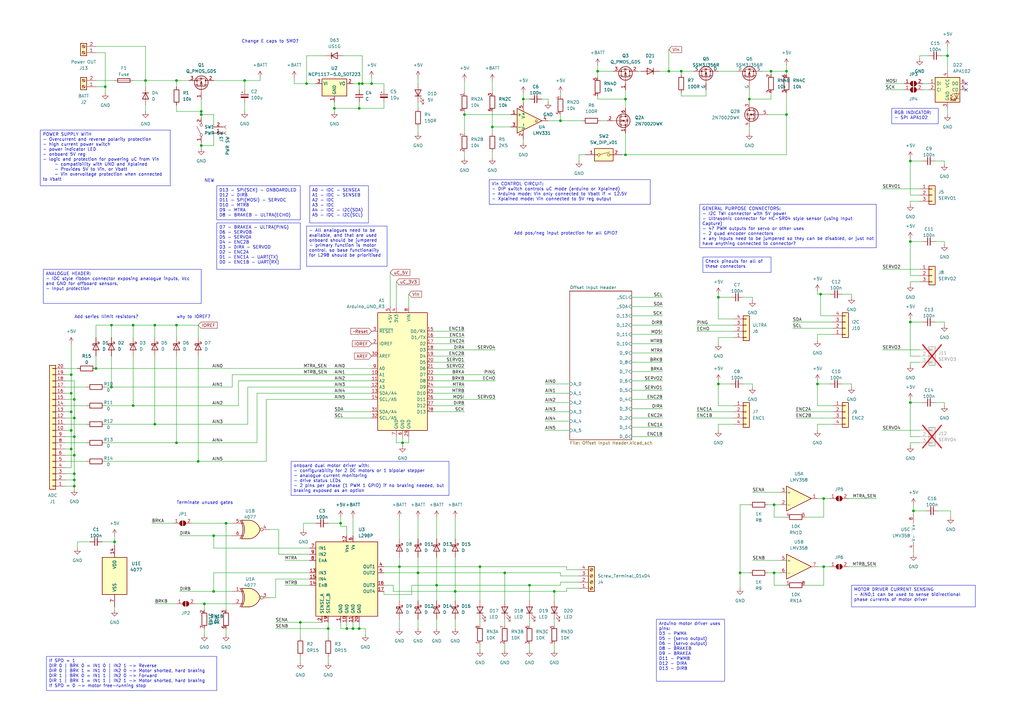
<source format=kicad_sch>
(kicad_sch (version 20230121) (generator eeschema)
  (paper "A3")
  (junction (at 165.1 181.61))
  (junction (at 147.32 257.81))
  (junction (at 29.21 153.67))
  (junction (at 39.37 151.13))
  (junction (at 72.39 33.02))
  (junction (at 137.16 44.45))
  (junction (at 152.4 34.29))
  (junction (at 227.33 242.57))
  (junction (at 373.38 66.04))
  (junction (at 87.63 219.71))
  (junction (at 186.69 242.57))
  (junction (at 139.7 214.63))
  (junction (at 29.21 161.29))
  (junction (at 217.17 240.03))
  (junction (at 256.54 40.64))
  (junction (at 43.18 35.56))
  (junction (at 229.87 49.53))
  (junction (at 30.48 196.85))
  (junction (at 322.58 29.21))
  (junction (at 245.11 29.21))
  (junction (at 207.01 234.95))
  (junction (at 322.58 46.99))
  (junction (at 82.55 45.72))
  (junction (at 81.28 189.23))
  (junction (at 171.45 234.95))
  (junction (at 54.61 166.37))
  (junction (at 82.55 59.69))
  (junction (at 123.19 255.27))
  (junction (at 147.32 34.29))
  (junction (at 92.71 214.63))
  (junction (at 256.54 63.5))
  (junction (at 30.48 171.45))
  (junction (at 29.21 168.91))
  (junction (at 307.34 40.64))
  (junction (at 373.38 165.1))
  (junction (at 46.99 222.25))
  (junction (at 374.65 209.55))
  (junction (at 294.64 157.48))
  (junction (at 30.48 179.07))
  (junction (at 29.21 184.15))
  (junction (at 274.32 29.21))
  (junction (at 63.5 173.99))
  (junction (at 373.38 132.08))
  (junction (at 336.55 120.65))
  (junction (at 214.63 40.64))
  (junction (at 190.5 46.99))
  (junction (at 294.64 121.92))
  (junction (at 373.38 99.06))
  (junction (at 29.21 176.53))
  (junction (at 317.5 207.01))
  (junction (at 303.53 234.95))
  (junction (at 279.4 29.21))
  (junction (at 63.5 133.35))
  (junction (at 125.73 34.29))
  (junction (at 100.33 33.02))
  (junction (at 148.59 34.29))
  (junction (at 142.24 257.81))
  (junction (at 147.32 44.45))
  (junction (at 337.82 232.41))
  (junction (at 134.62 257.81))
  (junction (at 337.82 204.47))
  (junction (at 196.85 232.41))
  (junction (at 30.48 194.31))
  (junction (at 388.62 22.86))
  (junction (at 30.48 199.39))
  (junction (at 179.07 240.03))
  (junction (at 54.61 133.35))
  (junction (at 45.72 133.35))
  (junction (at 30.48 163.83))
  (junction (at 201.93 52.07))
  (junction (at 335.28 157.48))
  (junction (at 59.69 33.02))
  (junction (at 45.72 158.75))
  (junction (at 30.48 186.69))
  (junction (at 72.39 181.61))
  (junction (at 144.78 257.81))
  (junction (at 316.23 29.21))
  (junction (at 163.83 232.41))
  (junction (at 87.63 242.57))
  (junction (at 83.82 247.65))
  (junction (at 82.55 46.99))
  (junction (at 72.39 133.35))
  (junction (at 317.5 234.95))
  (no_connect (at 396.24 34.29))
  (no_connect (at 396.24 36.83))
  (wire (pts (xy 148.59 34.29) (xy 152.4 34.29)))
  (wire (pts (xy 43.18 166.37) (xy 54.61 166.37)))
  (wire (pts (xy 87.63 242.57) (xy 95.25 242.57)))
  (wire (pts (xy 157.48 44.45) (xy 147.32 44.45)))
  (wire (pts (xy 245.11 26.67) (xy 245.11 29.21)))
  (wire (pts (xy 29.21 168.91) (xy 29.21 176.53)))
  (wire (pts (xy 245.11 31.75) (xy 245.11 29.21)))
  (wire (pts (xy 330.2 240.03) (xy 337.82 240.03)))
  (wire (pts (xy 190.5 62.23) (xy 190.5 64.77)))
  (wire (pts (xy 63.5 247.65) (xy 72.39 247.65)))
  (wire (pts (xy 80.01 247.65) (xy 83.82 247.65)))
  (wire (pts (xy 303.53 234.95) (xy 307.34 234.95)))
  (wire (pts (xy 259.08 175.26) (xy 271.78 175.26)))
  (wire (pts (xy 29.21 184.15) (xy 29.21 191.77)))
  (wire (pts (xy 43.18 173.99) (xy 63.5 173.99)))
  (wire (pts (xy 177.8 161.29) (xy 190.5 161.29)))
  (wire (pts (xy 163.83 228.6) (xy 163.83 232.41)))
  (wire (pts (xy 245.11 39.37) (xy 245.11 40.64)))
  (wire (pts (xy 177.8 163.83) (xy 203.2 163.83)))
  (wire (pts (xy 123.19 255.27) (xy 132.08 255.27)))
  (wire (pts (xy 186.69 228.6) (xy 186.69 242.57)))
  (wire (pts (xy 335.28 137.16) (xy 335.28 139.7)))
  (wire (pts (xy 26.67 194.31) (xy 30.48 194.31)))
  (wire (pts (xy 316.23 29.21) (xy 322.58 29.21)))
  (wire (pts (xy 217.17 40.64) (xy 214.63 40.64)))
  (wire (pts (xy 237.49 236.22) (xy 229.87 236.22)))
  (wire (pts (xy 147.32 36.83) (xy 147.32 34.29)))
  (wire (pts (xy 379.73 209.55) (xy 374.65 209.55)))
  (wire (pts (xy 345.44 157.48) (xy 349.25 157.48)))
  (wire (pts (xy 229.87 38.1) (xy 229.87 39.37)))
  (wire (pts (xy 59.69 43.18) (xy 59.69 45.72)))
  (wire (pts (xy 294.64 157.48) (xy 294.64 166.37)))
  (wire (pts (xy 87.63 234.95) (xy 87.63 242.57)))
  (wire (pts (xy 186.69 242.57) (xy 227.33 242.57)))
  (wire (pts (xy 113.03 245.11) (xy 113.03 237.49)))
  (wire (pts (xy 167.64 179.07) (xy 167.64 181.61)))
  (wire (pts (xy 63.5 173.99) (xy 101.6 173.99)))
  (wire (pts (xy 335.28 156.21) (xy 335.28 157.48)))
  (wire (pts (xy 179.07 254) (xy 179.07 257.81)))
  (wire (pts (xy 72.39 45.72) (xy 82.55 45.72)))
  (wire (pts (xy 294.64 138.43) (xy 294.64 140.97)))
  (wire (pts (xy 177.8 146.05) (xy 190.5 146.05)))
  (wire (pts (xy 162.56 115.57) (xy 162.56 125.73)))
  (wire (pts (xy 46.99 248.92) (xy 46.99 250.19)))
  (wire (pts (xy 29.21 168.91) (xy 26.67 168.91)))
  (wire (pts (xy 274.32 29.21) (xy 270.51 29.21)))
  (wire (pts (xy 29.21 161.29) (xy 26.67 161.29)))
  (wire (pts (xy 227.33 242.57) (xy 227.33 246.38)))
  (wire (pts (xy 43.18 21.59) (xy 43.18 35.56)))
  (wire (pts (xy 168.91 243.84) (xy 157.48 243.84)))
  (wire (pts (xy 388.62 19.05) (xy 388.62 22.86)))
  (wire (pts (xy 63.5 146.05) (xy 63.5 173.99)))
  (wire (pts (xy 232.41 241.3) (xy 232.41 242.57)))
  (wire (pts (xy 95.25 158.75) (xy 95.25 153.67)))
  (wire (pts (xy 314.96 46.99) (xy 322.58 46.99)))
  (wire (pts (xy 232.41 232.41) (xy 232.41 233.68)))
  (wire (pts (xy 167.64 120.65) (xy 167.64 125.73)))
  (wire (pts (xy 171.45 212.09) (xy 171.45 220.98)))
  (wire (pts (xy 307.34 40.64) (xy 316.23 40.64)))
  (wire (pts (xy 30.48 163.83) (xy 30.48 171.45)))
  (wire (pts (xy 196.85 232.41) (xy 196.85 246.38)))
  (wire (pts (xy 227.33 254) (xy 227.33 256.54)))
  (wire (pts (xy 157.48 34.29) (xy 157.48 36.83)))
  (wire (pts (xy 223.52 157.48) (xy 233.68 157.48)))
  (wire (pts (xy 163.83 232.41) (xy 163.83 246.38)))
  (wire (pts (xy 259.08 179.07) (xy 271.78 179.07)))
  (wire (pts (xy 347.98 204.47) (xy 359.41 204.47)))
  (wire (pts (xy 171.45 228.6) (xy 171.45 234.95)))
  (wire (pts (xy 123.19 269.24) (xy 123.19 271.78)))
  (wire (pts (xy 373.38 66.04) (xy 378.46 66.04)))
  (wire (pts (xy 186.69 212.09) (xy 186.69 220.98)))
  (wire (pts (xy 87.63 219.71) (xy 95.25 219.71)))
  (wire (pts (xy 377.19 115.57) (xy 373.38 115.57)))
  (wire (pts (xy 124.46 214.63) (xy 129.54 214.63)))
  (wire (pts (xy 87.63 46.99) (xy 82.55 46.99)))
  (wire (pts (xy 316.23 29.21) (xy 316.23 30.48)))
  (wire (pts (xy 294.64 166.37) (xy 300.99 166.37)))
  (wire (pts (xy 245.11 40.64) (xy 256.54 40.64)))
  (wire (pts (xy 72.39 33.02) (xy 72.39 35.56)))
  (wire (pts (xy 59.69 33.02) (xy 72.39 33.02)))
  (wire (pts (xy 386.08 22.86) (xy 388.62 22.86)))
  (wire (pts (xy 157.48 41.91) (xy 157.48 44.45)))
  (wire (pts (xy 186.69 242.57) (xy 161.29 242.57)))
  (wire (pts (xy 285.75 171.45) (xy 300.99 171.45)))
  (wire (pts (xy 120.65 31.75) (xy 120.65 34.29)))
  (wire (pts (xy 144.78 255.27) (xy 144.78 257.81)))
  (wire (pts (xy 322.58 46.99) (xy 322.58 63.5)))
  (wire (pts (xy 72.39 133.35) (xy 81.28 133.35)))
  (wire (pts (xy 373.38 130.81) (xy 373.38 132.08)))
  (wire (pts (xy 224.79 49.53) (xy 229.87 49.53)))
  (wire (pts (xy 322.58 29.21) (xy 322.58 30.48)))
  (wire (pts (xy 81.28 189.23) (xy 109.22 189.23)))
  (wire (pts (xy 46.99 223.52) (xy 46.99 222.25)))
  (wire (pts (xy 113.03 257.81) (xy 134.62 257.81)))
  (wire (pts (xy 294.64 120.65) (xy 294.64 121.92)))
  (wire (pts (xy 373.38 132.08) (xy 378.46 132.08)))
  (wire (pts (xy 41.91 222.25) (xy 46.99 222.25)))
  (wire (pts (xy 133.35 22.86) (xy 125.73 22.86)))
  (wire (pts (xy 337.82 240.03) (xy 337.82 232.41)))
  (wire (pts (xy 308.61 201.93) (xy 320.04 201.93)))
  (wire (pts (xy 43.18 181.61) (xy 72.39 181.61)))
  (wire (pts (xy 223.52 168.91) (xy 233.68 168.91)))
  (wire (pts (xy 312.42 29.21) (xy 316.23 29.21)))
  (wire (pts (xy 59.69 19.05) (xy 39.37 19.05)))
  (wire (pts (xy 161.29 242.57) (xy 161.29 240.03)))
  (wire (pts (xy 139.7 214.63) (xy 139.7 215.9)))
  (wire (pts (xy 214.63 38.1) (xy 214.63 40.64)))
  (wire (pts (xy 217.17 264.16) (xy 217.17 266.7)))
  (wire (pts (xy 361.95 143.51) (xy 377.19 143.51)))
  (wire (pts (xy 304.8 157.48) (xy 308.61 157.48)))
  (wire (pts (xy 335.28 166.37) (xy 341.63 166.37)))
  (wire (pts (xy 335.28 157.48) (xy 335.28 166.37)))
  (wire (pts (xy 229.87 238.76) (xy 229.87 240.03)))
  (wire (pts (xy 224.79 41.91) (xy 224.79 40.64)))
  (wire (pts (xy 134.62 214.63) (xy 139.7 214.63)))
  (wire (pts (xy 29.21 191.77) (xy 26.67 191.77)))
  (wire (pts (xy 373.38 66.04) (xy 373.38 80.01)))
  (wire (pts (xy 336.55 120.65) (xy 335.28 120.65)))
  (wire (pts (xy 139.7 215.9) (xy 142.24 215.9)))
  (wire (pts (xy 237.49 66.04) (xy 237.49 63.5)))
  (wire (pts (xy 294.64 29.21) (xy 302.26 29.21)))
  (wire (pts (xy 26.67 158.75) (xy 35.56 158.75)))
  (wire (pts (xy 123.19 255.27) (xy 123.19 261.62)))
  (wire (pts (xy 317.5 207.01) (xy 320.04 207.01)))
  (wire (pts (xy 179.07 240.03) (xy 179.07 246.38)))
  (wire (pts (xy 177.8 148.59) (xy 190.5 148.59)))
  (wire (pts (xy 274.32 20.32) (xy 274.32 29.21)))
  (wire (pts (xy 124.46 217.17) (xy 124.46 214.63)))
  (wire (pts (xy 171.45 234.95) (xy 207.01 234.95)))
  (wire (pts (xy 147.32 257.81) (xy 149.86 257.81)))
  (wire (pts (xy 45.72 146.05) (xy 45.72 158.75)))
  (wire (pts (xy 31.75 222.25) (xy 36.83 222.25)))
  (wire (pts (xy 330.2 212.09) (xy 337.82 212.09)))
  (wire (pts (xy 361.95 176.53) (xy 377.19 176.53)))
  (wire (pts (xy 317.5 234.95) (xy 320.04 234.95)))
  (wire (pts (xy 227.33 264.16) (xy 227.33 266.7)))
  (wire (pts (xy 162.56 181.61) (xy 165.1 181.61)))
  (wire (pts (xy 72.39 146.05) (xy 72.39 181.61)))
  (wire (pts (xy 171.45 41.91) (xy 171.45 44.45)))
  (wire (pts (xy 374.65 207.01) (xy 374.65 209.55)))
  (wire (pts (xy 335.28 173.99) (xy 335.28 176.53)))
  (wire (pts (xy 142.24 215.9) (xy 142.24 219.71)))
  (wire (pts (xy 30.48 200.66) (xy 30.48 199.39)))
  (wire (pts (xy 82.55 59.69) (xy 82.55 58.42)))
  (wire (pts (xy 87.63 54.61) (xy 87.63 59.69)))
  (wire (pts (xy 196.85 232.41) (xy 232.41 232.41)))
  (wire (pts (xy 179.07 240.03) (xy 168.91 240.03)))
  (wire (pts (xy 259.08 129.54) (xy 271.78 129.54)))
  (wire (pts (xy 72.39 181.61) (xy 105.41 181.61)))
  (wire (pts (xy 389.89 212.09) (xy 389.89 209.55)))
  (wire (pts (xy 72.39 138.43) (xy 72.39 133.35)))
  (wire (pts (xy 223.52 172.72) (xy 233.68 172.72)))
  (wire (pts (xy 160.02 111.76) (xy 160.02 125.73)))
  (wire (pts (xy 373.38 148.59) (xy 373.38 149.86)))
  (wire (pts (xy 388.62 22.86) (xy 388.62 29.21)))
  (wire (pts (xy 26.67 151.13) (xy 31.75 151.13)))
  (wire (pts (xy 337.82 204.47) (xy 340.36 204.47)))
  (wire (pts (xy 373.38 115.57) (xy 373.38 116.84)))
  (wire (pts (xy 101.6 158.75) (xy 152.4 158.75)))
  (wire (pts (xy 81.28 146.05) (xy 81.28 189.23)))
  (wire (pts (xy 294.64 121.92) (xy 294.64 130.81)))
  (wire (pts (xy 120.65 34.29) (xy 125.73 34.29)))
  (wire (pts (xy 163.83 232.41) (xy 196.85 232.41)))
  (wire (pts (xy 201.93 52.07) (xy 201.93 54.61)))
  (wire (pts (xy 383.54 99.06) (xy 387.35 99.06)))
  (wire (pts (xy 190.5 46.99) (xy 190.5 54.61)))
  (wire (pts (xy 29.21 176.53) (xy 29.21 184.15)))
  (wire (pts (xy 30.48 186.69) (xy 30.48 194.31)))
  (wire (pts (xy 261.62 29.21) (xy 262.89 29.21)))
  (wire (pts (xy 87.63 59.69) (xy 82.55 59.69)))
  (wire (pts (xy 227.33 242.57) (xy 232.41 242.57)))
  (wire (pts (xy 82.55 45.72) (xy 82.55 46.99)))
  (wire (pts (xy 271.78 121.92) (xy 259.08 121.92)))
  (wire (pts (xy 163.83 212.09) (xy 163.83 220.98)))
  (wire (pts (xy 147.32 34.29) (xy 144.78 34.29)))
  (wire (pts (xy 336.55 120.65) (xy 336.55 129.54)))
  (wire (pts (xy 105.41 161.29) (xy 152.4 161.29)))
  (wire (pts (xy 92.71 214.63) (xy 92.71 250.19)))
  (wire (pts (xy 39.37 133.35) (xy 39.37 138.43)))
  (wire (pts (xy 142.24 255.27) (xy 142.24 257.81)))
  (wire (pts (xy 294.64 156.21) (xy 294.64 157.48)))
  (wire (pts (xy 303.53 207.01) (xy 307.34 207.01)))
  (wire (pts (xy 165.1 181.61) (xy 167.64 181.61)))
  (wire (pts (xy 157.48 232.41) (xy 163.83 232.41)))
  (wire (pts (xy 373.38 132.08) (xy 373.38 146.05)))
  (wire (pts (xy 307.34 40.64) (xy 307.34 41.91)))
  (wire (pts (xy 378.46 34.29) (xy 381 34.29)))
  (wire (pts (xy 157.48 234.95) (xy 171.45 234.95)))
  (wire (pts (xy 361.95 110.49) (xy 377.19 110.49)))
  (wire (pts (xy 361.95 77.47) (xy 377.19 77.47)))
  (wire (pts (xy 26.67 189.23) (xy 35.56 189.23)))
  (wire (pts (xy 134.62 257.81) (xy 134.62 261.62)))
  (wire (pts (xy 30.48 179.07) (xy 30.48 186.69)))
  (wire (pts (xy 314.96 234.95) (xy 317.5 234.95)))
  (wire (pts (xy 87.63 52.07) (xy 87.63 46.99)))
  (wire (pts (xy 256.54 54.61) (xy 256.54 63.5)))
  (wire (pts (xy 149.86 257.81) (xy 149.86 260.35)))
  (wire (pts (xy 300.99 173.99) (xy 294.64 173.99)))
  (wire (pts (xy 373.38 165.1) (xy 373.38 179.07)))
  (wire (pts (xy 387.35 166.37) (xy 387.35 165.1)))
  (wire (pts (xy 377.19 181.61) (xy 373.38 181.61)))
  (wire (pts (xy 62.23 214.63) (xy 71.12 214.63)))
  (wire (pts (xy 45.72 158.75) (xy 95.25 158.75)))
  (wire (pts (xy 246.38 49.53) (xy 248.92 49.53)))
  (wire (pts (xy 259.08 156.21) (xy 271.78 156.21)))
  (wire (pts (xy 294.64 130.81) (xy 300.99 130.81)))
  (wire (pts (xy 144.78 212.09) (xy 144.78 219.71)))
  (wire (pts (xy 259.08 140.97) (xy 271.78 140.97)))
  (wire (pts (xy 271.78 125.73) (xy 259.08 125.73)))
  (wire (pts (xy 142.24 257.81) (xy 144.78 257.81)))
  (wire (pts (xy 177.8 140.97) (xy 190.5 140.97)))
  (wire (pts (xy 26.67 156.21) (xy 30.48 156.21)))
  (wire (pts (xy 377.19 82.55) (xy 373.38 82.55)))
  (wire (pts (xy 229.87 234.95) (xy 207.01 234.95)))
  (wire (pts (xy 378.46 36.83) (xy 381 36.83)))
  (wire (pts (xy 223.52 176.53) (xy 233.68 176.53)))
  (wire (pts (xy 87.63 219.71) (xy 87.63 224.79)))
  (wire (pts (xy 317.5 207.01) (xy 317.5 212.09)))
  (wire (pts (xy 139.7 255.27) (xy 139.7 257.81)))
  (wire (pts (xy 217.17 240.03) (xy 217.17 246.38)))
  (wire (pts (xy 224.79 40.64) (xy 222.25 40.64)))
  (wire (pts (xy 373.38 82.55) (xy 373.38 83.82)))
  (wire (pts (xy 31.75 224.79) (xy 31.75 222.25)))
  (wire (pts (xy 137.16 168.91) (xy 152.4 168.91)))
  (wire (pts (xy 256.54 63.5) (xy 322.58 63.5)))
  (wire (pts (xy 201.93 52.07) (xy 209.55 52.07)))
  (wire (pts (xy 335.28 119.38) (xy 335.28 120.65)))
  (wire (pts (xy 171.45 234.95) (xy 171.45 246.38)))
  (wire (pts (xy 214.63 57.15) (xy 214.63 58.42)))
  (wire (pts (xy 116.84 229.87) (xy 127 229.87)))
  (wire (pts (xy 363.22 36.83) (xy 370.84 36.83)))
  (wire (pts (xy 177.8 158.75) (xy 190.5 158.75)))
  (wire (pts (xy 29.21 176.53) (xy 26.67 176.53)))
  (wire (pts (xy 97.79 156.21) (xy 152.4 156.21)))
  (wire (pts (xy 341.63 137.16) (xy 335.28 137.16)))
  (wire (pts (xy 171.45 31.75) (xy 171.45 34.29)))
  (wire (pts (xy 207.01 254) (xy 207.01 256.54)))
  (wire (pts (xy 30.48 194.31) (xy 30.48 196.85)))
  (wire (pts (xy 165.1 179.07) (xy 165.1 181.61)))
  (wire (pts (xy 314.96 207.01) (xy 317.5 207.01)))
  (wire (pts (xy 326.39 171.45) (xy 341.63 171.45)))
  (wire (pts (xy 82.55 59.69) (xy 82.55 60.96)))
  (wire (pts (xy 59.69 33.02) (xy 59.69 35.56)))
  (wire (pts (xy 39.37 21.59) (xy 43.18 21.59)))
  (wire (pts (xy 279.4 38.1) (xy 279.4 39.37)))
  (wire (pts (xy 335.28 157.48) (xy 340.36 157.48)))
  (wire (pts (xy 303.53 234.95) (xy 303.53 207.01)))
  (wire (pts (xy 163.83 254) (xy 163.83 257.81)))
  (wire (pts (xy 139.7 257.81) (xy 142.24 257.81)))
  (wire (pts (xy 114.3 217.17) (xy 114.3 227.33)))
  (wire (pts (xy 39.37 146.05) (xy 39.37 151.13)))
  (wire (pts (xy 179.07 228.6) (xy 179.07 240.03)))
  (wire (pts (xy 201.93 33.02) (xy 201.93 38.1)))
  (wire (pts (xy 259.08 160.02) (xy 271.78 160.02)))
  (wire (pts (xy 237.49 63.5) (xy 240.03 63.5)))
  (wire (pts (xy 217.17 254) (xy 217.17 256.54)))
  (wire (pts (xy 46.99 219.71) (xy 46.99 222.25)))
  (wire (pts (xy 54.61 166.37) (xy 97.79 166.37)))
  (wire (pts (xy 72.39 33.02) (xy 77.47 33.02)))
  (wire (pts (xy 39.37 35.56) (xy 43.18 35.56)))
  (wire (pts (xy 177.8 153.67) (xy 203.2 153.67)))
  (wire (pts (xy 177.8 138.43) (xy 190.5 138.43)))
  (wire (pts (xy 186.69 242.57) (xy 186.69 246.38)))
  (wire (pts (xy 186.69 254) (xy 186.69 257.81)))
  (wire (pts (xy 147.32 41.91) (xy 147.32 44.45)))
  (wire (pts (xy 336.55 120.65) (xy 340.36 120.65)))
  (wire (pts (xy 43.18 158.75) (xy 45.72 158.75)))
  (wire (pts (xy 217.17 240.03) (xy 229.87 240.03)))
  (wire (pts (xy 300.99 138.43) (xy 294.64 138.43)))
  (wire (pts (xy 113.03 255.27) (xy 123.19 255.27)))
  (wire (pts (xy 232.41 233.68) (xy 237.49 233.68)))
  (wire (pts (xy 45.72 133.35) (xy 39.37 133.35)))
  (wire (pts (xy 307.34 36.83) (xy 307.34 40.64)))
  (wire (pts (xy 26.67 196.85) (xy 30.48 196.85)))
  (wire (pts (xy 325.12 132.08) (xy 341.63 132.08)))
  (wire (pts (xy 214.63 41.91) (xy 214.63 40.64)))
  (wire (pts (xy 30.48 171.45) (xy 30.48 179.07)))
  (wire (pts (xy 387.35 67.31) (xy 387.35 66.04)))
  (wire (pts (xy 92.71 257.81) (xy 92.71 260.35)))
  (wire (pts (xy 177.8 143.51) (xy 203.2 143.51)))
  (wire (pts (xy 383.54 165.1) (xy 387.35 165.1)))
  (wire (pts (xy 177.8 151.13) (xy 190.5 151.13)))
  (wire (pts (xy 63.5 133.35) (xy 72.39 133.35)))
  (wire (pts (xy 125.73 22.86) (xy 125.73 34.29)))
  (wire (pts (xy 54.61 133.35) (xy 54.61 138.43)))
  (wire (pts (xy 196.85 254) (xy 196.85 256.54)))
  (wire (pts (xy 152.4 31.75) (xy 152.4 34.29)))
  (wire (pts (xy 29.21 153.67) (xy 29.21 161.29)))
  (wire (pts (xy 106.68 31.75) (xy 106.68 33.02)))
  (wire (pts (xy 337.82 232.41) (xy 335.28 232.41)))
  (wire (pts (xy 337.82 212.09) (xy 337.82 204.47)))
  (wire (pts (xy 29.21 140.97) (xy 29.21 153.67)))
  (wire (pts (xy 134.62 257.81) (xy 134.62 255.27)))
  (wire (pts (xy 26.67 163.83) (xy 30.48 163.83)))
  (wire (pts (xy 345.44 120.65) (xy 349.25 120.65)))
  (wire (pts (xy 308.61 158.75) (xy 308.61 157.48)))
  (wire (pts (xy 373.38 99.06) (xy 378.46 99.06)))
  (wire (pts (xy 373.38 113.03) (xy 377.19 113.03)))
  (wire (pts (xy 373.38 80.01) (xy 377.19 80.01)))
  (wire (pts (xy 259.08 167.64) (xy 271.78 167.64)))
  (wire (pts (xy 373.38 146.05) (xy 377.19 146.05)))
  (wire (pts (xy 363.22 34.29) (xy 370.84 34.29)))
  (wire (pts (xy 177.8 135.89) (xy 190.5 135.89)))
  (wire (pts (xy 373.38 165.1) (xy 378.46 165.1)))
  (wire (pts (xy 279.4 29.21) (xy 284.48 29.21)))
  (wire (pts (xy 259.08 137.16) (xy 271.78 137.16)))
  (wire (pts (xy 373.38 64.77) (xy 373.38 66.04)))
  (wire (pts (xy 100.33 41.91) (xy 100.33 45.72)))
  (wire (pts (xy 179.07 212.09) (xy 179.07 220.98)))
  (wire (pts (xy 347.98 232.41) (xy 359.41 232.41)))
  (wire (pts (xy 26.67 181.61) (xy 35.56 181.61)))
  (wire (pts (xy 259.08 148.59) (xy 271.78 148.59)))
  (wire (pts (xy 43.18 189.23) (xy 81.28 189.23)))
  (wire (pts (xy 207.01 234.95) (xy 207.01 246.38)))
  (wire (pts (xy 259.08 171.45) (xy 271.78 171.45)))
  (wire (pts (xy 127 234.95) (xy 87.63 234.95)))
  (wire (pts (xy 373.38 181.61) (xy 373.38 182.88)))
  (wire (pts (xy 109.22 189.23) (xy 109.22 163.83)))
  (wire (pts (xy 229.87 49.53) (xy 238.76 49.53)))
  (wire (pts (xy 279.4 39.37) (xy 289.56 39.37)))
  (wire (pts (xy 137.16 41.91) (xy 137.16 44.45)))
  (wire (pts (xy 100.33 33.02) (xy 100.33 36.83)))
  (wire (pts (xy 289.56 36.83) (xy 289.56 39.37)))
  (wire (pts (xy 389.89 209.55) (xy 384.81 209.55)))
  (wire (pts (xy 114.3 227.33) (xy 127 227.33)))
  (wire (pts (xy 377.19 148.59) (xy 373.38 148.59)))
  (wire (pts (xy 349.25 158.75) (xy 349.25 157.48)))
  (wire (pts (xy 83.82 247.65) (xy 95.25 247.65)))
  (wire (pts (xy 63.5 133.35) (xy 54.61 133.35)))
  (wire (pts (xy 229.87 238.76) (xy 237.49 238.76)))
  (wire (pts (xy 304.8 121.92) (xy 308.61 121.92)))
  (wire (pts (xy 134.62 269.24) (xy 134.62 271.78)))
  (wire (pts (xy 223.52 161.29) (xy 233.68 161.29)))
  (wire (pts (xy 95.25 153.67) (xy 152.4 153.67)))
  (wire (pts (xy 307.34 52.07) (xy 307.34 54.61)))
  (wire (pts (xy 317.5 212.09) (xy 322.58 212.09)))
  (wire (pts (xy 29.21 161.29) (xy 29.21 168.91)))
  (wire (pts (xy 255.27 63.5) (xy 256.54 63.5)))
  (wire (pts (xy 97.79 166.37) (xy 97.79 156.21)))
  (wire (pts (xy 374.65 226.06) (xy 374.65 227.33)))
  (wire (pts (xy 72.39 43.18) (xy 72.39 45.72)))
  (wire (pts (xy 303.53 241.3) (xy 303.53 234.95)))
  (wire (pts (xy 148.59 22.86) (xy 140.97 22.86)))
  (wire (pts (xy 83.82 257.81) (xy 83.82 260.35)))
  (wire (pts (xy 87.63 224.79) (xy 127 224.79)))
  (wire (pts (xy 26.67 173.99) (xy 35.56 173.99)))
  (wire (pts (xy 110.49 217.17) (xy 114.3 217.17)))
  (wire (pts (xy 78.74 214.63) (xy 92.71 214.63)))
  (wire (pts (xy 308.61 229.87) (xy 320.04 229.87)))
  (wire (pts (xy 161.29 240.03) (xy 157.48 240.03)))
  (wire (pts (xy 82.55 48.26) (xy 82.55 46.99)))
  (wire (pts (xy 54.61 133.35) (xy 45.72 133.35)))
  (wire (pts (xy 373.38 99.06) (xy 373.38 113.03)))
  (wire (pts (xy 29.21 184.15) (xy 26.67 184.15)))
  (wire (pts (xy 259.08 144.78) (xy 271.78 144.78)))
  (wire (pts (xy 179.07 240.03) (xy 217.17 240.03)))
  (wire (pts (xy 285.75 168.91) (xy 300.99 168.91)))
  (wire (pts (xy 232.41 241.3) (xy 237.49 241.3)))
  (wire (pts (xy 373.38 179.07) (xy 377.19 179.07)))
  (wire (pts (xy 101.6 173.99) (xy 101.6 158.75)))
  (wire (pts (xy 259.08 152.4) (xy 271.78 152.4)))
  (wire (pts (xy 54.61 33.02) (xy 59.69 33.02)))
  (wire (pts (xy 177.8 156.21) (xy 203.2 156.21)))
  (wire (pts (xy 326.39 168.91) (xy 341.63 168.91)))
  (wire (pts (xy 177.8 168.91) (xy 190.5 168.91)))
  (wire (pts (xy 259.08 133.35) (xy 271.78 133.35)))
  (wire (pts (xy 144.78 257.81) (xy 147.32 257.81)))
  (wire (pts (xy 383.54 66.04) (xy 387.35 66.04)))
  (wire (pts (xy 256.54 36.83) (xy 256.54 40.64)))
  (wire (pts (xy 63.5 133.35) (xy 63.5 138.43)))
  (wire (pts (xy 190.5 45.72) (xy 190.5 46.99)))
  (wire (pts (xy 109.22 163.83) (xy 152.4 163.83)))
  (wire (pts (xy 201.93 45.72) (xy 201.93 52.07)))
  (wire (pts (xy 137.16 171.45) (xy 152.4 171.45)))
  (wire (pts (xy 113.03 237.49) (xy 127 237.49)))
  (wire (pts (xy 92.71 214.63) (xy 95.25 214.63)))
  (wire (pts (xy 87.63 33.02) (xy 100.33 33.02)))
  (wire (pts (xy 387.35 100.33) (xy 387.35 99.06)))
  (wire (pts (xy 387.35 133.35) (xy 387.35 132.08)))
  (wire (pts (xy 147.32 257.81) (xy 147.32 255.27)))
  (wire (pts (xy 39.37 33.02) (xy 46.99 33.02)))
  (wire (pts (xy 201.93 62.23) (xy 201.93 64.77)))
  (wire (pts (xy 279.4 29.21) (xy 279.4 30.48)))
  (wire (pts (xy 45.72 133.35) (xy 45.72 138.43)))
  (wire (pts (xy 100.33 33.02) (xy 106.68 33.02)))
  (wire (pts (xy 148.59 34.29) (xy 148.59 22.86)))
  (wire (pts (xy 316.23 40.64) (xy 316.23 38.1)))
  (wire (pts (xy 137.16 44.45) (xy 147.32 44.45)))
  (wire (pts (xy 168.91 240.03) (xy 168.91 243.84)))
  (wire (pts (xy 341.63 173.99) (xy 335.28 173.99)))
  (wire (pts (xy 294.64 173.99) (xy 294.64 176.53)))
  (wire (pts (xy 59.69 33.02) (xy 59.69 19.05)))
  (wire (pts (xy 373.38 163.83) (xy 373.38 165.1)))
  (wire (pts (xy 285.75 135.89) (xy 300.99 135.89)))
  (wire (pts (xy 110.49 245.11) (xy 113.03 245.11)))
  (wire (pts (xy 294.64 121.92) (xy 299.72 121.92)))
  (wire (pts (xy 152.4 34.29) (xy 157.48 34.29)))
  (wire (pts (xy 294.64 157.48) (xy 299.72 157.48)))
  (wire (pts (xy 30.48 199.39) (xy 26.67 199.39)))
  (wire (pts (xy 171.45 52.07) (xy 171.45 54.61)))
  (wire (pts (xy 223.52 165.1) (xy 233.68 165.1)))
  (wire (pts (xy 26.67 166.37) (xy 35.56 166.37)))
  (wire (pts (xy 116.84 240.03) (xy 127 240.03)))
  (wire (pts (xy 245.11 29.21) (xy 251.46 29.21)))
  (wire (pts (xy 190.5 46.99) (xy 209.55 46.99)))
  (wire (pts (xy 147.32 34.29) (xy 148.59 34.29)))
  (wire (pts (xy 341.63 134.62) (xy 325.12 134.62)))
  (wire (pts (xy 162.56 179.07) (xy 162.56 181.61)))
  (wire (pts (xy 322.58 26.67) (xy 322.58 29.21)))
  (wire (pts (xy 73.66 242.57) (xy 87.63 242.57)))
  (wire (pts (xy 157.48 243.84) (xy 157.48 242.57)))
  (wire (pts (xy 317.5 234.95) (xy 317.5 240.03)))
  (wire (pts (xy 274.32 29.21) (xy 279.4 29.21)))
  (wire (pts (xy 39.37 151.13) (xy 152.4 151.13)))
  (wire (pts (xy 83.82 247.65) (xy 83.82 250.19)))
  (wire (pts (xy 285.75 133.35) (xy 300.99 133.35)))
  (wire (pts (xy 139.7 212.09) (xy 139.7 214.63)))
  (wire (pts (xy 337.82 232.41) (xy 340.36 232.41)))
  (wire (pts (xy 105.41 181.61) (xy 105.41 161.29)))
  (wire (pts (xy 26.67 186.69) (xy 30.48 186.69)))
  (wire (pts (xy 377.19 22.86) (xy 377.19 24.13)))
  (wire (pts (xy 196.85 264.16) (xy 196.85 266.7)))
  (wire (pts (xy 30.48 196.85) (xy 30.48 199.39)))
  (wire (pts (xy 229.87 236.22) (xy 229.87 234.95)))
  (wire (pts (xy 374.65 210.82) (xy 374.65 209.55)))
  (wire (pts (xy 165.1 181.61) (xy 165.1 182.88)))
  (wire (pts (xy 54.61 146.05) (xy 54.61 166.37)))
  (wire (pts (xy 322.58 38.1) (xy 322.58 46.99)))
  (wire (pts (xy 373.38 97.79) (xy 373.38 99.06)))
  (wire (pts (xy 26.67 179.07) (xy 30.48 179.07)))
  (wire (pts (xy 336.55 129.54) (xy 341.63 129.54)))
  (wire (pts (xy 256.54 40.64) (xy 256.54 44.45)))
  (wire (pts (xy 381 22.86) (xy 377.19 22.86)))
  (wire (pts (xy 388.62 44.45) (xy 388.62 46.99)))
  (wire (pts (xy 43.18 35.56) (xy 43.18 38.1)))
  (wire (pts (xy 317.5 240.03) (xy 322.58 240.03)))
  (wire (pts (xy 349.25 121.92) (xy 349.25 120.65)))
  (wire (pts (xy 137.16 44.45) (xy 137.16 45.72)))
  (wire (pts (xy 73.66 219.71) (xy 87.63 219.71)))
  (wire (pts (xy 383.54 132.08) (xy 387.35 132.08)))
  (wire (pts (xy 177.8 166.37) (xy 190.5 166.37)))
  (wire (pts (xy 82.55 45.72) (xy 82.55 40.64)))
  (wire (pts (xy 171.45 254) (xy 171.45 257.81)))
  (wire (pts (xy 207.01 264.16) (xy 207.01 266.7)))
  (wire (pts (xy 308.61 123.19) (xy 308.61 121.92)))
  (wire (pts (xy 29.21 153.67) (xy 26.67 153.67)))
  (wire (pts (xy 30.48 156.21) (xy 30.48 163.83)))
  (wire (pts (xy 229.87 46.99) (xy 229.87 49.53)))
  (wire (pts (xy 337.82 204.47) (xy 335.28 204.47)))
  (wire (pts (xy 259.08 163.83) (xy 271.78 163.83)))
  (wire (pts (xy 190.5 33.02) (xy 190.5 38.1)))
  (wire (pts (xy 26.67 171.45) (xy 30.48 171.45)))
  (wire (pts (xy 125.73 34.29) (xy 129.54 34.29)))
  (wire (pts (xy 81.28 133.35) (xy 81.28 138.43)))
  (text_box "D7 - BRAKEA - ULTRA(PING)\nD6 - SERVOB\nD5 - SERVOA\nD4 - ENC2B\nD3 - DIRA - SERVOD\nD2 - ENC2A\nD1 - ENC1A - UART(TX)\nD0 - ENC1B - UART(RX)" (at 88.9 91.44 0) (size 34.29 19.05) (effects (font (size 1.27 1.27)) (justify left top)))
  (text_box "D13 - SPI(SCK) - ONBOARDLED\nD12 - DIRB\nD11 - SPI(MOSI) - SERVOC\nD10 - MTRB\nD9 - MTRA\nD8 - BRAKEB - ULTRA(ECHO)" (at 88.9 76.2 0) (size 34.29 13.97) (effects (font (size 1.27 1.27)) (justify left top)))
  (text_box "RGB INDICATOR:\n- SPI APA102" (at 365.76 44.45 0) (size 19.05 6.35) (effects (font (size 1.27 1.27)) (justify left top)))
  (text_box "Vin CONTROL CIRCUIT:\n- DIP switch controls uC mode (arduino or Xplained)\n- Arduino mode: Vin only connected to Vbatt if < 12.5V\n- Xplained mode: Vin connected to 5V reg output" (at 200.66 73.66 0) (size 66.04 10.16) (effects (font (size 1.27 1.27)) (justify left top)))
  (text_box "Check pinouts for all of these connectors" (at 288.29 105.41 0) (size 27.94 6.35) (effects (font (size 1.27 1.27)) (justify left top)))
  (text_box "Arduino motor driver uses pins:\nD3 - PWMA\nD5 - (servo output)\nD6 - (servo output)\nD8 - BRAKEB\nD9 - BRAKEA\nD11 - PWMB\nD12 - DIRA\nD13 - DIRB\n" (at 269.24 254 0) (size 27.94 25.4) (effects (font (size 1.27 1.27)) (justify left top)))
  (text_box "- All analogues need to be available, and that are used onboard should be jumpered\n- primary function is motor control, so base functionality for L298 should be prioritised" (at 125.73 92.71 0) (size 33.02 16.51) (effects (font (size 1.27 1.27)) (justify left top)))
  (text_box "POWER SUPPLY WITH\n- Overcurrent and reverse polarity protection\n- high current power switch\n- power indicator LED\n- onboard 5V reg\n- logic and protection for powering uC from Vin\n	- compatibility with UNO and Xplained\n	- Provides 5V to Vin, or Vbatt\n	- Vin overvoltage protection when connected to Vbatt" (at 16.51 53.34 0) (size 53.34 22.86) (effects (font (size 1.27 1.27)) (justify left top)))
  (text_box "A0 - IDC - SENSEA\nA1 - IDC - SENSEB\nA2 - IDC\nA3 - IDC\nA4 - IDC - I2C(SDA)\nA5 - IDC - I2C(SCL)" (at 127 76.2 0) (size 24.13 15.24) (effects (font (size 1.27 1.27)) (justify left top)))
  (text_box "ANALOGUE HEADER:\n- IDC style ribbon connector exposing analogue inputs, Vcc and GND for offboard sensors.\n- Input protection" (at 17.78 110.49 0) (size 64.77 13.97) (effects (font (size 1.27 1.27)) (justify left top)))
  (text_box "If SPD = 1\nDIR 0 | BRK 0 = IN1 0 | IN2 1 -> Reverse\nDIR 0 | BRK 1 = IN1 0 | IN2 0 -> Motor shorted, hard braking\nDIR 1 | BRK 0 = IN1 1 | IN2 0 -> Forward\nDIR 1 | BRK 1 = IN1 1 | IN2 1 -> Motor shorted, hard braking\nIf SPD = 0 -> motor free-running stop" (at 19.05 269.24 0) (size 69.85 13.97) (effects (font (size 1.27 1.27)) (justify left top)))
  (text_box "onboard dual motor driver with:\n- configurability for 2 DC motors or 1 bipolar stepper\n- analogue current monitoring\n- drive status LEDs\n- 2 pins per phase (1 PWM 1 GPIO) if no braking needed, but braking exposed as an option" (at 119.38 189.23 0) (size 64.77 13.97) (effects (font (size 1.27 1.27)) (justify left top)))
  (text_box "GENERAL PURPOSE CONNECTORS:\n- I2C TWI connector with 5V power\n- Ultrasonic connector for HC-SR04 style sensor (using Input Capture)\n- 4? PWM outputs for servo or other uses\n- 2 quad encoder connectors\n+ any inputs need to be jumpered so they can be disabled, or just not have anything connected to connector?" (at 287.02 83.82 0) (size 72.39 17.78) (effects (font (size 1.27 1.27)) (justify left top)))
  (text_box "MOTOR DRIVER CURRENT SENSING\n- AIN0,1 can be used to sense bidirectional phase currents of motor driver" (at 349.25 240.03 0) (size 50.8 8.89) (effects (font (size 1.27 1.27)) (justify left top)))
  (text "Add series Ilimit resistors?" (at 30.48 130.81 0) (effects (font (size 1.27 1.27)) (justify left bottom)))
  (text "why to IOREF?" (at 72.39 130.81 0) (effects (font (size 1.27 1.27)) (justify left bottom)))
  (text "NEW" (at 83.82 74.93 0) (effects (font (size 1.27 1.27)) (justify left bottom)))
  (text "Terminate unused gates" (at 72.39 207.01 0) (effects (font (size 1.27 1.27)) (justify left bottom)))
  (text "Add pos/neg input protection for all GPIO?" (at 210.82 96.52 0) (effects (font (size 1.27 1.27)) (justify left bottom)))
  (text "Change E caps to SMD?" (at 99.06 17.78 0) (effects (font (size 1.27 1.27)) (justify left bottom)))
  (label "SDA" (at 325.12 132.08 0))
  (label "SERVO3" (at 203.2 163.83 180))
  (label "AIN2" (at 223.52 165.1 0))
  (label "ENC2B" (at 326.39 171.45 0))
  (label "MOSI" (at 271.78 137.16 180))
  (label "SERVO4" (at 203.2 143.51 180))
  (label "ENC2B" (at 190.5 146.05 180))
  (label "MTRB" (at 190.5 161.29 180))
  (label "MTRA" (at 190.5 158.75 180))
  (label "AIN0" (at 223.52 157.48 0))
  (label "BRKA" (at 190.5 153.67 180))
  (label "MTRA_SEN" (at 359.41 204.47 180))
  (label "ENC1B" (at 190.5 135.89 180))
  (label "PING" (at 285.75 133.35 0))
  (label "ECHO" (at 203.2 156.21 180))
  (label "AIN2" (at 91.44 166.37 180))
  (label "AIN1" (at 137.16 153.67 0))
  (label "DIRB" (at 190.5 166.37 180))
  (label "SCL" (at 137.16 171.45 0))
  (label "DIRA" (at 73.66 219.71 0))
  (label "MTRA" (at 116.84 229.87 0))
  (label "ECHO" (at 285.75 135.89 0))
  (label "AIN4" (at 223.52 172.72 0))
  (label "MTRB" (at 271.78 140.97 180))
  (label "SCK" (at 363.22 36.83 0))
  (label "SERVO1" (at 271.78 160.02 180))
  (label "SERVO1" (at 361.95 77.47 0))
  (label "MOSI" (at 363.22 34.29 0))
  (label "ENC1A" (at 271.78 175.26 180))
  (label "BRKB" (at 190.5 156.21 180))
  (label "AIN3" (at 223.52 168.91 0))
  (label "BRKA" (at 62.23 214.63 0))
  (label "SERVO2" (at 361.95 110.49 0))
  (label "SCK" (at 190.5 168.91 180))
  (label "SCL" (at 325.12 134.62 0))
  (label "AIN5" (at 223.52 176.53 0))
  (label "SCK" (at 271.78 129.54 180))
  (label "AIN2" (at 137.16 156.21 0))
  (label "AIN0" (at 137.16 151.13 0))
  (label "MTRB_SEN" (at 124.46 153.67 0))
  (label "AIN5" (at 137.16 163.83 0))
  (label "MTRB_SEN" (at 359.41 232.41 180))
  (label "ENC1B" (at 271.78 179.07 180))
  (label "MTRA" (at 271.78 144.78 180))
  (label "DIRA" (at 190.5 143.51 180))
  (label "MOSI" (at 190.5 163.83 180))
  (label "SENA" (at 308.61 201.93 0))
  (label "SERVO4" (at 361.95 176.53 0))
  (label "SENB" (at 308.61 229.87 0))
  (label "SERVO3" (at 361.95 143.51 0))
  (label "ENC2A" (at 190.5 140.97 180))
  (label "ENC2A" (at 326.39 168.91 0))
  (label "PING" (at 203.2 153.67 180))
  (label "BRKB" (at 271.78 148.59 180))
  (label "ENC1A" (at 285.75 168.91 0))
  (label "SDA" (at 137.16 168.91 0))
  (label "SERVO2" (at 271.78 156.21 180))
  (label "ENC1B" (at 285.75 171.45 0))
  (label "MTRA_SEN" (at 124.46 151.13 0))
  (label "AIN4" (at 137.16 161.29 0))
  (label "AIN1" (at 223.52 161.29 0))
  (label "SENB" (at 113.03 257.81 0))
  (label "DIRA" (at 271.78 167.64 180))
  (label "AIN3" (at 91.44 173.99 180))
  (label "SERVO2" (at 190.5 151.13 180))
  (label "BRKB" (at 63.5 247.65 0))
  (label "AIN4" (at 91.44 181.61 180))
  (label "BRKA" (at 271.78 152.4 180))
  (label "AIN3" (at 137.16 158.75 0))
  (label "ENC2A" (at 271.78 171.45 180))
  (label "AIN1" (at 91.44 158.75 180))
  (label "ENC1A" (at 190.5 138.43 180))
  (label "SERVO1" (at 190.5 148.59 180))
  (label "SCL" (at 271.78 121.92 180))
  (label "SENA" (at 113.03 255.27 0))
  (label "MTRB" (at 116.84 240.03 0))
  (label "ENC2B" (at 271.78 163.83 180))
  (label "AIN0" (at 91.44 151.13 180))
  (label "DIRB" (at 271.78 133.35 180))
  (label "SDA" (at 271.78 125.73 180))
  (label "AIN5" (at 91.44 189.23 180))
  (label "DIRB" (at 73.66 242.57 0))
  (global_label "uC_3V3" (shape input) (at 162.56 115.57 0) (property "Intersheetrefs" "${INTERSHEET_REFS}" (effects hide)))
  (global_label "AREF" (shape input) (at 152.4 146.05 180) (property "Intersheetrefs" "${INTERSHEET_REFS}" (effects hide)))
  (global_label "IOREF" (shape input) (at 152.4 140.97 180) (property "Intersheetrefs" "${INTERSHEET_REFS}" (effects hide)))
  (global_label "Vin" (shape input) (at 167.64 120.65 0) (property "Intersheetrefs" "${INTERSHEET_REFS}" (effects hide)))
  (global_label "~Reset" (shape input) (at 152.4 135.89 180) (property "Intersheetrefs" "${INTERSHEET_REFS}" (effects hide)))
  (global_label "uC_5V" (shape input) (at 160.02 111.76 0) (property "Intersheetrefs" "${INTERSHEET_REFS}" (effects hide)))
  (global_label "IOREF" (shape input) (at 81.28 133.35 0) (property "Intersheetrefs" "${INTERSHEET_REFS}" (effects hide)))
  (global_label "Vin" (shape input) (at 274.32 20.32 0) (property "Intersheetrefs" "${INTERSHEET_REFS}" (effects hide)))
  (symbol (lib_id "Device:R") (at 72.39 39.37 0) (unit 1)
    (property "Reference" "R1" (at 74.93 38.1 0) (effects (justify left)))
    (property "Value" "10k" (at 74.93 40.64 0) (effects (justify left)))
    (property "Footprint" "Resistor_SMD:R_0805_2012Metric_Pad1.20x1.40mm_HandSolder" (effects hide))
  )
  (symbol (lib_id "power:+5V") (at 139.7 212.09 0) (unit 1)
    (property "Reference" "#PWR018" (effects hide))
    (property "Value" "+5V" (at 139.7 207.01 0))
  )
  (symbol (lib_id "Device:R") (at 311.15 234.95 90) (mirror x) (unit 1)
    (property "Reference" "R9" (at 311.15 241.3 90))
    (property "Value" "1K" (at 311.15 238.76 90))
    (property "Footprint" "Resistor_SMD:R_0805_2012Metric_Pad1.20x1.40mm_HandSolder" (effects hide))
  )
  (symbol (lib_id "Device:D_Schottky") (at 179.07 224.79 270) (unit 1)
    (property "Reference" "D13" (at 181.61 223.2025 90) (effects (justify left)))
    (property "Value" "D" (at 181.61 225.7425 90) (effects (justify left)))
    (property "Footprint" "Diode_SMD:D_SOD-123" (effects hide))
  )
  (symbol (lib_id "Device:R") (at 39.37 189.23 90) (unit 1)
    (property "Reference" "R14" (at 44.45 187.96 90))
    (property "Value" "0" (at 44.45 190.5 90))
    (property "Footprint" "Resistor_SMD:R_0603_1608Metric" (effects hide))
  )
  (symbol (lib_id "power:GND") (at 30.48 200.66 0) (unit 1)
    (property "Reference" "#PWR05" (effects hide))
    (property "Value" "GND" (at 30.48 205.74 0))
  )
  (symbol (lib_id "power:GND") (at 165.1 182.88 0) (unit 1)
    (property "Reference" "#PWR041" (effects hide))
    (property "Value" "GND" (at 165.1 187.96 0))
  )
  (symbol (lib_id "Connector:Screw_Terminal_01x02") (at 34.29 21.59 180) (unit 1)
    (property "Reference" "J13" (at 34.29 27.94 0))
    (property "Value" "Power OUT" (at 34.29 25.4 0))
    (property "Footprint" "TerminalBlock_Phoenix:TerminalBlock_Phoenix_MKDS-1,5-2-5.08_1x02_P5.08mm_Horizontal" (effects hide))
  )
  (symbol (lib_id "power:GND") (at 123.19 271.78 0) (unit 1)
    (property "Reference" "#PWR013" (effects hide))
    (property "Value" "GND" (at 123.19 276.86 0))
  )
  (symbol (lib_id "Device:R_Pack04_Split") (at 83.82 254 180) (unit 2)
    (property "Reference" "RN1" (at 86.36 252.73 0) (effects (justify right)))
    (property "Value" "10K" (at 86.36 255.27 0) (effects (justify right)))
    (property "Footprint" "Resistor_SMD:R_Array_Convex_4x0603" (effects hide))
  )
  (symbol (lib_id "power:GND") (at 388.62 46.99 0) (unit 1)
    (property "Reference" "#PWR074" (effects hide))
    (property "Value" "GND" (at 388.62 52.07 0))
  )
  (symbol (lib_id "power:GND") (at 124.46 217.17 0) (unit 1)
    (property "Reference" "#PWR016" (effects hide))
    (property "Value" "GND" (at 124.46 222.25 0))
  )
  (symbol (lib_id "4xxx:4077") (at 102.87 245.11 0) (unit 1)
    (property "Reference" "U1" (at 102.5652 237.49 0))
    (property "Value" "4077" (at 102.5652 240.03 0))
    (property "Footprint" "Package_SO:SOIC-14_3.9x8.7mm_P1.27mm" (effects hide))
    (property "Datasheet" "http://www.intersil.com/content/dam/Intersil/documents/cd40/cd4076bms.pdf" (effects hide))
  )
  (symbol (lib_id "power:GND") (at 387.35 67.31 0) (unit 1)
    (property "Reference" "#PWR055" (effects hide))
    (property "Value" "GND" (at 387.35 72.39 0))
  )
  (symbol (lib_id "power:GND") (at 171.45 257.81 0) (unit 1)
    (property "Reference" "#PWR027" (effects hide))
    (property "Value" "GND" (at 171.45 262.89 0))
  )
  (symbol (lib_id "power:GND") (at 214.63 58.42 0) (mirror y) (unit 1)
    (property "Reference" "#PWR039" (effects hide))
    (property "Value" "GND" (at 214.63 63.5 0))
  )
  (symbol (lib_id "Device:D") (at 266.7 29.21 180) (unit 1)
    (property "Reference" "D21" (at 266.7 22.86 0))
    (property "Value" "D" (at 266.7 25.4 0))
    (property "Footprint" "Diode_SMD:D_SOD-123" (effects hide))
    (property "Sim.Device" "D" (effects hide))
    (property "Sim.Pins" "1=K 2=A" (effects hide))
  )
  (symbol (lib_id "Connector_Generic:Conn_01x03") (at 382.27 80.01 0) (unit 1)
    (property "Reference" "J5" (at 384.81 78.74 0) (effects (justify left)))
    (property "Value" "SERVO1" (at 384.81 81.28 0) (effects (justify left)))
    (property "Footprint" "Connector_PinHeader_2.54mm:PinHeader_1x03_P2.54mm_Vertical" (effects hide))
  )
  (symbol (lib_id "power:GND") (at 377.19 24.13 0) (unit 1)
    (property "Reference" "#PWR072" (effects hide))
    (property "Value" "GND" (at 377.19 29.21 0))
  )
  (symbol (lib_name "PMOS_1") (lib_id "Simulation_SPICE:PMOS") (at 289.56 31.75 270) (mirror x) (unit 1)
    (property "Reference" "Q5" (at 289.56 24.13 90))
    (property "Value" "SSM3J356R" (at 289.56 26.67 90))
    (property "Footprint" "Package_TO_SOT_SMD:SOT-23-3" (effects hide))
    (property "Datasheet" "https://ngspice.sourceforge.io/docs/ngspice-manual.pdf" (effects hide))
    (property "Sim.Device" "PMOS" (effects hide))
    (property "Sim.Type" "VDMOS" (effects hide))
    (property "Sim.Pins" "1=D 2=G 3=S" (effects hide))
  )
  (symbol (lib_id "Device:D_Schottky") (at 171.45 224.79 270) (unit 1)
    (property "Reference" "D11" (at 173.99 223.2025 90) (effects (justify left)))
    (property "Value" "D" (at 173.99 225.7425 90) (effects (justify left)))
    (property "Footprint" "Diode_SMD:D_SOD-123" (effects hide))
  )
  (symbol (lib_id "Device:Q_PMOS_GDS") (at 256.54 31.75 270) (mirror x) (unit 1)
    (property "Reference" "Q3" (at 256.54 22.86 90))
    (property "Value" "Q_PMOS_GDS" (at 256.54 25.4 90))
    (property "Footprint" "Package_TO_SOT_SMD:SOT-323_SC-70_Handsoldering" (effects hide))
  )
  (symbol (lib_id "power:+5V") (at 373.38 97.79 0) (unit 1)
    (property "Reference" "#PWR060" (effects hide))
    (property "Value" "+5V" (at 373.38 92.71 0))
  )
  (symbol (lib_id "Amplifier_Operational:LMV358") (at 327.66 232.41 0) (unit 2)
    (property "Reference" "U5" (at 327.66 222.25 0))
    (property "Value" "LMV358" (at 327.66 224.79 0))
    (property "Footprint" "Package_SO:SOIC-8_3.9x4.9mm_P1.27mm" (effects hide))
    (property "Datasheet" "http://www.ti.com/lit/ds/symlink/lmv324.pdf" (effects hide))
  )
  (symbol (lib_id "power:GND") (at 59.69 45.72 0) (unit 1)
    (property "Reference" "#PWR07" (effects hide))
    (property "Value" "GND" (at 59.69 50.8 0))
  )
  (symbol (lib_id "power:GND") (at 171.45 54.61 0) (unit 1)
    (property "Reference" "#PWR025" (effects hide))
    (property "Value" "GND" (at 171.45 59.69 0))
  )
  (symbol (lib_id "Device:R_Pack04_Split") (at 207.01 260.35 0) (unit 2)
    (property "Reference" "RN3" (at 209.55 259.08 0) (effects (justify left)))
    (property "Value" "10K" (at 209.55 261.62 0) (effects (justify left)))
    (property "Footprint" "Resistor_SMD:R_Array_Convex_4x0603" (effects hide))
  )
  (symbol (lib_id "Diode:US1G") (at 137.16 22.86 0) (unit 1)
    (property "Reference" "D63" (at 137.16 16.51 0))
    (property "Value" "US1G" (at 137.16 19.05 0))
    (property "Footprint" "Diode_SMD:D_SMA" (effects hide))
    (property "Datasheet" "https://www.diodes.com/assets/Datasheets/ds16008.pdf" (effects hide))
    (property "Sim.Device" "D" (effects hide))
    (property "Sim.Pins" "1=K 2=A" (effects hide))
  )
  (symbol (lib_id "Device:C_Small") (at 302.26 157.48 90) (unit 1)
    (property "Reference" "C8" (at 302.2663 152.4 90))
    (property "Value" "100n" (at 302.2663 154.94 90))
    (property "Footprint" "Capacitor_SMD:C_0805_2012Metric_Pad1.18x1.45mm_HandSolder" (effects hide))
  )
  (symbol (lib_id "power:GND") (at 224.79 41.91 0) (mirror y) (unit 1)
    (property "Reference" "#PWR042" (effects hide))
    (property "Value" "GND" (at 224.79 46.99 0))
  )
  (symbol (lib_id "Device:C_Small") (at 39.37 222.25 90) (unit 1)
    (property "Reference" "C1" (at 39.3763 217.17 90))
    (property "Value" "100n" (at 39.3763 219.71 90))
    (property "Footprint" "Capacitor_SMD:C_0805_2012Metric_Pad1.18x1.45mm_HandSolder" (effects hide))
  )
  (symbol (lib_id "power:GND") (at 335.28 176.53 0) (unit 1)
    (property "Reference" "#PWR059" (effects hide))
    (property "Value" "GND" (at 335.28 181.61 0))
  )
  (symbol (lib_id "Device:C_Small") (at 381 165.1 90) (unit 1)
    (property "Reference" "C14" (at 381.0063 160.02 90))
    (property "Value" "100n" (at 381.0063 162.56 90))
    (property "Footprint" "Capacitor_SMD:C_0805_2012Metric_Pad1.18x1.45mm_HandSolder" (effects hide))
  )
  (symbol (lib_id "LED:APA102") (at 388.62 36.83 0) (unit 1)
    (property "Reference" "D22" (at 390.8141 26.67 0) (effects (justify left)))
    (property "Value" "APA102" (at 390.8141 29.21 0) (effects (justify left)))
    (property "Footprint" "LED_SMD:LED_RGB_5050-6" (effects hide))
    (property "Datasheet" "http://www.led-color.com/upload/201506/APA102%20LED.pdf" (effects hide))
  )
  (symbol (lib_id "Device:LED") (at 207.01 250.19 90) (unit 1)
    (property "Reference" "D18" (at 210.82 250.5075 90) (effects (justify right)))
    (property "Value" "LED" (at 210.82 253.0475 90) (effects (justify right)))
    (property "Footprint" "LED_SMD:LED_0805_2012Metric_Pad1.15x1.40mm_HandSolder" (effects hide))
  )
  (symbol (lib_id "Device:Q_Dual_NMOS_S1G1D2S2G2D1") (at 254 49.53 0) (unit 1)
    (property "Reference" "Q2" (at 260.35 48.26 0) (effects (justify left)))
    (property "Value" "2N7002DWK" (at 260.35 50.8 0) (effects (justify left)))
    (property "Footprint" "Package_TO_SOT_SMD:SOT-363_SC-70-6_Handsoldering" (effects hide))
  )
  (symbol (lib_id "Device:C_Small") (at 382.27 209.55 270) (mirror x) (unit 1)
    (property "Reference" "C16" (at 382.2637 204.47 90))
    (property "Value" "100n" (at 382.2637 207.01 90))
    (property "Footprint" "Capacitor_SMD:C_0805_2012Metric_Pad1.18x1.45mm_HandSolder" (effects hide))
  )
  (symbol (lib_id "power:+5V") (at 335.28 119.38 0) (unit 1)
    (property "Reference" "#PWR063" (effects hide))
    (property "Value" "+5V" (at 335.28 114.3 0))
  )
  (symbol (lib_id "power:GND") (at 83.82 260.35 0) (unit 1)
    (property "Reference" "#PWR08" (effects hide))
    (property "Value" "GND" (at 83.82 265.43 0))
  )
  (symbol (lib_id "Connector_Generic:Conn_01x04") (at 346.71 168.91 0) (unit 1)
    (property "Reference" "J9" (at 349.25 168.91 0) (effects (justify left)))
    (property "Value" "ENC2" (at 349.25 171.45 0) (effects (justify left)))
    (property "Footprint" "Connector_Molex:Molex_KK-254_AE-6410-04A_1x04_P2.54mm_Vertical" (effects hide))
  )
  (symbol (lib_id "power:GND") (at 373.38 182.88 0) (unit 1)
    (property "Reference" "#PWR071" (effects hide))
    (property "Value" "GND" (at 373.38 187.96 0))
  )
  (symbol (lib_id "power:GND") (at 217.17 266.7 0) (unit 1)
    (property "Reference" "#PWR040" (effects hide))
    (property "Value" "GND" (at 217.17 271.78 0))
  )
  (symbol (lib_id "power:GND") (at 387.35 166.37 0) (unit 1)
    (property "Reference" "#PWR076" (effects hide))
    (property "Value" "GND" (at 387.35 171.45 0))
  )
  (symbol (lib_id "Device:C_Small") (at 381 99.06 90) (unit 1)
    (property "Reference" "C11" (at 381.0063 93.98 90))
    (property "Value" "100n" (at 381.0063 96.52 90))
    (property "Footprint" "Capacitor_SMD:C_0805_2012Metric_Pad1.18x1.45mm_HandSolder" (effects hide))
  )
  (symbol (lib_id "Device:R_Pack04_Split") (at 92.71 254 0) (mirror x) (unit 3)
    (property "Reference" "RN1" (at 86.36 254 90))
    (property "Value" "10K" (at 88.9 254 90))
    (property "Footprint" "Resistor_SMD:R_Array_Convex_4x0603" (effects hide))
  )
  (symbol (lib_id "Amplifier_Operational:LMV358") (at 327.66 204.47 0) (unit 1)
    (property "Reference" "U5" (at 327.66 194.31 0))
    (property "Value" "LMV358" (at 327.66 196.85 0))
    (property "Footprint" "Package_SO:SOIC-8_3.9x4.9mm_P1.27mm" (effects hide))
    (property "Datasheet" "http://www.ti.com/lit/ds/symlink/lmv324.pdf" (effects hide))
  )
  (symbol (lib_id "Device:R_Pack04_Split") (at 201.93 41.91 180) (unit 3)
    (property "Reference" "RN2" (at 204.47 40.64 0) (effects (justify right)))
    (property "Value" "10k" (at 204.47 43.18 0) (effects (justify right)))
    (property "Footprint" "Resistor_SMD:R_Array_Convex_4x0603" (effects hide))
  )
  (symbol (lib_id "Device:D_Schottky") (at 81.28 142.24 270) (unit 1)
    (property "Reference" "D7" (at 83.82 140.6525 90) (effects (justify left)))
    (property "Value" "D" (at 83.82 143.1925 90) (effects (justify left)))
    (property "Footprint" "Diode_SMD:D_SOD-123" (effects hide))
  )
  (symbol (lib_id "power:GND") (at 82.55 60.96 0) (unit 1)
    (property "Reference" "#PWR010" (effects hide))
    (property "Value" "GND" (at 82.55 66.04 0))
  )
  (symbol (lib_id "power:+5V") (at 190.5 33.02 0) (unit 1)
    (property "Reference" "#PWR032" (effects hide))
    (property "Value" "+5V" (at 190.5 27.94 0))
  )
  (symbol (lib_id "power:GND") (at 294.64 176.53 0) (unit 1)
    (property "Reference" "#PWR050" (effects hide))
    (property "Value" "GND" (at 294.64 181.61 0))
  )
  (symbol (lib_id "power:GND") (at 134.62 271.78 0) (unit 1)
    (property "Reference" "#PWR014" (effects hide))
    (property "Value" "GND" (at 134.62 276.86 0))
  )
  (symbol (lib_id "Jumper:SolderJumper_2_Open") (at 74.93 214.63 0) (unit 1)
    (property "Reference" "JP1" (at 74.93 210.82 0))
    (property "Value" "SolderJumper_2_Open" (effects hide))
    (property "Footprint" "Jumper:SolderJumper-2_P1.3mm_Open_RoundedPad1.0x1.5mm" (effects hide))
  )
  (symbol (lib_id "Device:R_Pack04_Split") (at 190.5 41.91 180) (unit 1)
    (property "Reference" "RN2" (at 193.04 40.64 0) (effects (justify right)))
    (property "Value" "10k" (at 193.04 43.18 0) (effects (justify right)))
    (property "Footprint" "Resistor_SMD:R_Array_Convex_4x0603" (effects hide))
  )
  (symbol (lib_id "power:GND") (at 196.85 266.7 0) (unit 1)
    (property "Reference" "#PWR034" (effects hide))
    (property "Value" "GND" (at 196.85 271.78 0))
  )
  (symbol (lib_id "power:+5V") (at 214.63 38.1 0) (mirror y) (unit 1)
    (property "Reference" "#PWR038" (effects hide))
    (property "Value" "+5V" (at 214.63 33.02 0))
  )
  (symbol (lib_id "power:GND") (at 201.93 64.77 0) (unit 1)
    (property "Reference" "#PWR036" (effects hide))
    (property "Value" "GND" (at 201.93 69.85 0))
  )
  (symbol (lib_id "power:GND") (at 190.5 64.77 0) (unit 1)
    (property "Reference" "#PWR033" (effects hide))
    (property "Value" "GND" (at 190.5 69.85 0))
  )
  (symbol (lib_id "Device:R") (at 35.56 151.13 90) (unit 1)
    (property "Reference" "R15" (at 35.56 146.05 90))
    (property "Value" "0" (at 35.56 148.59 90))
    (property "Footprint" "Resistor_SMD:R_0603_1608Metric" (effects hide))
  )
  (symbol (lib_id "4xxx:4077") (at 46.99 236.22 0) (unit 5)
    (property "Reference" "U1" (at 55.88 231.14 0))
    (property "Value" "4077" (at 55.88 233.68 0))
    (property "Footprint" "Package_SO:SOIC-14_3.9x8.7mm_P1.27mm" (effects hide))
    (property "Datasheet" "http://www.intersil.com/content/dam/Intersil/documents/cd40/cd4076bms.pdf" (effects hide))
  )
  (symbol (lib_id "power:GND") (at 349.25 158.75 0) (unit 1)
    (property "Reference" "#PWR065" (effects hide))
    (property "Value" "GND" (at 349.25 163.83 0))
  )
  (symbol (lib_id "Device:C_Small") (at 381 66.04 90) (unit 1)
    (property "Reference" "C9" (at 381.0063 60.96 90))
    (property "Value" "100n" (at 381.0063 63.5 90))
    (property "Footprint" "Capacitor_SMD:C_0805_2012Metric_Pad1.18x1.45mm_HandSolder" (effects hide))
  )
  (symbol (lib_id "power:GND") (at 186.69 257.81 0) (unit 1)
    (property "Reference" "#PWR031" (effects hide))
    (property "Value" "GND" (at 186.69 262.89 0))
  )
  (symbol (lib_id "power:GND") (at 179.07 257.81 0) (unit 1)
    (property "Reference" "#PWR029" (effects hide))
    (property "Value" "GND" (at 179.07 262.89 0))
  )
  (symbol (lib_id "Device:D_Schottky") (at 179.07 250.19 270) (unit 1)
    (property "Reference" "D14" (at 181.61 248.6025 90) (effects (justify left)))
    (property "Value" "D" (at 181.61 251.1425 90) (effects (justify left)))
    (property "Footprint" "Diode_SMD:D_SOD-123" (effects hide))
  )
  (symbol (lib_id "Device:C_Small") (at 342.9 120.65 90) (unit 1)
    (property "Reference" "C12" (at 342.9063 115.57 90))
    (property "Value" "100n" (at 342.9063 118.11 90))
    (property "Footprint" "Capacitor_SMD:C_0805_2012Metric_Pad1.18x1.45mm_HandSolder" (effects hide))
  )
  (symbol (lib_id "Device:C_Small") (at 132.08 214.63 90) (unit 1)
    (property "Reference" "C3" (at 132.0863 209.55 90))
    (property "Value" "100n" (at 132.0863 212.09 90))
    (property "Footprint" "Capacitor_SMD:C_0805_2012Metric_Pad1.18x1.45mm_HandSolder" (effects hide))
  )
  (symbol (lib_id "Jumper:SolderJumper_2_Open") (at 344.17 232.41 0) (unit 1)
    (property "Reference" "JP6" (at 344.17 228.6 0))
    (property "Value" "SolderJumper_2_Open" (effects hide))
    (property "Footprint" "Jumper:SolderJumper-2_P1.3mm_Open_RoundedPad1.0x1.5mm" (effects hide))
  )
  (symbol (lib_id "power:+BATT") (at 163.83 212.09 0) (unit 1)
    (property "Reference" "#PWR022" (effects hide))
    (property "Value" "+BATT" (at 163.83 207.01 0))
  )
  (symbol (lib_id "Device:R") (at 39.37 181.61 90) (unit 1)
    (property "Reference" "R13" (at 44.45 180.34 90))
    (property "Value" "0" (at 44.45 182.88 90))
    (property "Footprint" "Resistor_SMD:R_0603_1608Metric" (effects hide))
  )
  (symbol (lib_id "Device:C_Small") (at 381 132.08 90) (unit 1)
    (property "Reference" "C13" (at 381.0063 127 90))
    (property "Value" "100n" (at 381.0063 129.54 90))
    (property "Footprint" "Capacitor_SMD:C_0805_2012Metric_Pad1.18x1.45mm_HandSolder" (effects hide))
  )
  (symbol (lib_id "Driver_Motor:L298P") (at 142.24 237.49 0) (unit 1)
    (property "Reference" "U3" (at 146.9741 217.17 0) (effects (justify left)))
    (property "Value" "L298P" (at 146.9741 219.71 0) (effects (justify left)))
    (property "Footprint" "footprints:SOIC127P1420X360-21N" (effects hide))
    (property "Datasheet" "http://www.st.com/st-web-ui/static/active/en/resource/technical/document/datasheet/CD00000240.pdf" (effects hide))
  )
  (symbol (lib_id "power:+5V") (at 388.62 19.05 0) (unit 1)
    (property "Reference" "#PWR073" (effects hide))
    (property "Value" "+5V" (at 388.62 13.97 0))
  )
  (symbol (lib_id "Device:D_Schottky") (at 45.72 142.24 270) (unit 1)
    (property "Reference" "D2" (at 48.26 140.6525 90) (effects (justify left)))
    (property "Value" "D" (at 48.26 143.1925 90) (effects (justify left)))
    (property "Footprint" "Diode_SMD:D_SOD-123" (effects hide))
  )
  (symbol (lib_id "Device:D_Schottky") (at 171.45 250.19 270) (unit 1)
    (property "Reference" "D12" (at 173.99 248.6025 90) (effects (justify left)))
    (property "Value" "D" (at 173.99 251.1425 90) (effects (justify left)))
    (property "Footprint" "Diode_SMD:D_SOD-123" (effects hide))
  )
  (symbol (lib_id "power:+5V") (at 46.99 219.71 0) (unit 1)
    (property "Reference" "#PWR02" (effects hide))
    (property "Value" "+5V" (at 46.99 214.63 0))
  )
  (symbol (lib_id "Device:Fuse") (at 50.8 33.02 90) (unit 1)
    (property "Reference" "F1" (at 50.8 27.94 90))
    (property "Value" "Fuse" (at 50.8 30.48 90))
    (property "Footprint" "Fuse:Fuseholder_Clip-5x20mm_Littelfuse_445-030_Inline_P20.50x5.20mm_D1.30mm_Horizontal" (effects hide))
  )
  (symbol (lib_id "power:GND") (at 43.18 38.1 0) (unit 1)
    (property "Reference" "#PWR06" (effects hide))
    (property "Value" "GND" (at 43.18 43.18 0))
  )
  (symbol (lib_id "power:GND") (at 163.83 257.81 0) (unit 1)
    (property "Reference" "#PWR023" (effects hide))
    (property "Value" "GND" (at 163.83 262.89 0))
  )
  (symbol (lib_id "power:GND") (at 237.49 66.04 0) (unit 1)
    (property "Reference" "#PWR045" (effects hide))
    (property "Value" "GND" (at 237.49 71.12 0))
  )
  (symbol (lib_id "power:+5V") (at 373.38 163.83 0) (unit 1)
    (property "Reference" "#PWR070" (effects hide))
    (property "Value" "+5V" (at 373.38 158.75 0))
  )
  (symbol (lib_id "power:GND") (at 308.61 158.75 0) (unit 1)
    (property "Reference" "#PWR054" (effects hide))
    (property "Value" "GND" (at 308.61 163.83 0))
  )
  (symbol (lib_id "Device:R_Pack04_Split") (at 326.39 212.09 270) (mirror x) (unit 4)
    (property "Reference" "RN1" (at 326.39 218.44 90))
    (property "Value" "10K" (at 326.39 215.9 90))
    (property "Footprint" "Resistor_SMD:R_Array_Convex_4x0603" (effects hide))
  )
  (symbol (lib_id "Device:LED") (at 227.33 250.19 90) (unit 1)
    (property "Reference" "D20" (at 231.14 250.5075 90) (effects (justify right)))
    (property "Value" "LED" (at 231.14 253.0475 90) (effects (justify right)))
    (property "Footprint" "LED_SMD:LED_0805_2012Metric_Pad1.15x1.40mm_HandSolder" (effects hide))
  )
  (symbol (lib_id "Connector_Generic:Conn_01x04") (at 306.07 135.89 0) (mirror x) (unit 1)
    (property "Reference" "J6" (at 308.61 135.89 0) (effects (justify left)))
    (property "Value" "ULTRA" (at 308.61 133.35 0) (effects (justify left)))
    (property "Footprint" "footprints:Molex_KK-254_1x04_P2.54mm_Horizontal" (effects hide))
  )
  (symbol (lib_id "Device:R") (at 242.57 49.53 90) (unit 1)
    (property "Reference" "R6" (at 242.57 43.18 90))
    (property "Value" "100R" (at 242.57 45.72 90))
    (property "Footprint" "Resistor_SMD:R_0805_2012Metric_Pad1.20x1.40mm_HandSolder" (effects hide))
  )
  (symbol (lib_id "Device:Q_Dual_NMOS_S1G1D2S2G2D1") (at 309.88 46.99 0) (mirror y) (unit 2)
    (property "Reference" "Q2" (at 303.53 45.72 0) (effects (justify left)))
    (property "Value" "2N7002DWK" (at 303.53 48.26 0) (effects (justify left)))
    (property "Footprint" "Package_TO_SOT_SMD:SOT-363_SC-70-6_Handsoldering" (effects hide))
  )
  (symbol (lib_id "Device:LED") (at 217.17 250.19 90) (unit 1)
    (property "Reference" "D19" (at 220.98 250.5075 90) (effects (justify right)))
    (property "Value" "LED" (at 220.98 253.0475 90) (effects (justify right)))
    (property "Footprint" "LED_SMD:LED_0805_2012Metric_Pad1.15x1.40mm_HandSolder" (effects hide))
  )
  (symbol (lib_id "Simulation_SPICE:PMOS") (at 307.34 31.75 90) (unit 1)
    (property "Reference" "Q6" (at 307.34 24.13 90))
    (property "Value" "SSM3J356R" (at 307.34 26.67 90))
    (property "Footprint" "Package_TO_SOT_SMD:SOT-23-3" (effects hide))
    (property "Datasheet" "https://ngspice.sourceforge.io/docs/ngspice-manual.pdf" (effects hide))
    (property "Sim.Device" "PMOS" (effects hide))
    (property "Sim.Type" "VDMOS" (effects hide))
    (property "Sim.Pins" "1=D 2=G 3=S" (effects hide))
  )
  (symbol (lib_id "Device:R_Pack04_Split") (at 229.87 43.18 180) (unit 4)
    (property "Reference" "RN2" (at 232.41 41.91 0) (effects (justify right)))
    (property "Value" "10k" (at 232.41 44.45 0) (effects (justify right)))
    (property "Footprint" "Resistor_SMD:R_Array_Convex_4x0603" (effects hide))
  )
  (symbol (lib_id "power:+5V") (at 229.87 38.1 0) (mirror y) (unit 1)
    (property "Reference" "#PWR044" (effects hide))
    (property "Value" "+5V" (at 229.87 33.02 0))
  )
  (symbol (lib_id "power:GND") (at 46.99 250.19 0) (unit 1)
    (property "Reference" "#PWR03" (effects hide))
    (property "Value" "GND" (at 46.99 255.27 0))
  )
  (symbol (lib_id "Connector:Conn_01x02_Socket") (at 92.71 54.61 0) (mirror x) (unit 1)
    (property "Reference" "J3" (at 90.805 55.88 90) (effects (justify left)))
    (property "Value" "PWR SW" (at 93.345 55.88 90) (effects (justify left)))
    (property "Footprint" "Connector_PinHeader_2.54mm:PinHeader_1x02_P2.54mm_Vertical" (effects hide))
  )
  (symbol (lib_id "Device:D_Schottky") (at 72.39 142.24 270) (unit 1)
    (property "Reference" "D6" (at 74.93 140.6525 90) (effects (justify left)))
    (property "Value" "D" (at 74.93 143.1925 90) (effects (justify left)))
    (property "Footprint" "Diode_SMD:D_SOD-123" (effects hide))
  )
  (symbol (lib_id "power:GND") (at 137.16 45.72 0) (unit 1)
    (property "Reference" "#PWR017" (effects hide))
    (property "Value" "GND" (at 137.16 50.8 0))
  )
  (symbol (lib_id "power:+5V") (at 373.38 64.77 0) (unit 1)
    (property "Reference" "#PWR051" (effects hide))
    (property "Value" "+5V" (at 373.38 59.69 0))
  )
  (symbol (lib_id "4xxx:4077") (at 102.87 217.17 0) (unit 2)
    (property "Reference" "U1" (at 102.5652 209.55 0))
    (property "Value" "4077" (at 102.5652 212.09 0))
    (property "Footprint" "Package_SO:SOIC-14_3.9x8.7mm_P1.27mm" (effects hide))
    (property "Datasheet" "http://www.intersil.com/content/dam/Intersil/documents/cd40/cd4076bms.pdf" (effects hide))
  )
  (symbol (lib_id "power:+5V") (at 373.38 130.81 0) (unit 1)
    (property "Reference" "#PWR068" (effects hide))
    (property "Value" "+5V" (at 373.38 125.73 0))
  )
  (symbol (lib_id "Amplifier_Operational:LMV358") (at 372.11 218.44 0) (mirror y) (unit 3)
    (property "Reference" "U5" (at 373.38 217.17 0) (effects (justify left)))
    (property "Value" "LMV358" (at 373.38 219.71 0) (effects (justify left)))
    (property "Footprint" "Package_SO:SOIC-8_3.9x4.9mm_P1.27mm" (effects hide))
    (property "Datasheet" "http://www.ti.com/lit/ds/symlink/lmv324.pdf" (effects hide))
  )
  (symbol (lib_id "Connector_Generic:Conn_01x20") (at 21.59 176.53 180) (unit 1)
    (property "Reference" "J1" (at 21.59 205.74 0))
    (property "Value" "ADC" (at 21.59 203.2 0))
    (property "Footprint" "Connector_IDC:IDC-Header_2x10_P2.54mm_Horizontal" (effects hide))
  )
  (symbol (lib_id "power:GND") (at 100.33 45.72 0) (unit 1)
    (property "Reference" "#PWR011" (effects hide))
    (property "Value" "GND" (at 100.33 50.8 0))
  )
  (symbol (lib_id "Device:C_Polarized_Small") (at 157.48 39.37 0) (unit 1)
    (property "Reference" "C5" (at 160.02 37.5539 0) (effects (justify left)))
    (property "Value" "10u" (at 160.02 40.0939 0) (effects (justify left)))
    (property "Footprint" "Capacitor_THT:CP_Radial_D5.0mm_P2.50mm" (effects hide))
  )
  (symbol (lib_id "Device:C_Small") (at 342.9 157.48 90) (unit 1)
    (property "Reference" "C10" (at 342.9063 152.4 90))
    (property "Value" "100n" (at 342.9063 154.94 90))
    (property "Footprint" "Capacitor_SMD:C_0805_2012Metric_Pad1.18x1.45mm_HandSolder" (effects hide))
  )
  (symbol (lib_id "power:GND") (at 374.65 227.33 0) (mirror y) (unit 1)
    (property "Reference" "#PWR078" (effects hide))
    (property "Value" "GND" (at 374.65 232.41 0))
  )
  (symbol (lib_id "power:+5V") (at 374.65 207.01 0) (mirror y) (unit 1)
    (property "Reference" "#PWR077" (effects hide))
    (property "Value" "+5V" (at 374.65 201.93 0))
  )
  (symbol (lib_id "power:+5V") (at 322.58 26.67 0) (unit 1)
    (property "Reference" "#PWR062" (effects hide))
    (property "Value" "+5V" (at 322.58 21.59 0))
  )
  (symbol (lib_id "Connector_Generic:Conn_01x03") (at 382.27 146.05 0) (unit 1) (dnp yes)
    (property "Reference" "J11" (at 384.81 144.78 0) (effects (justify left)))
    (property "Value" "SERVO3" (at 384.81 147.32 0) (effects (justify left)))
    (property "Footprint" "Connector_PinHeader_2.54mm:PinHeader_1x03_P2.54mm_Vertical" (effects hide))
  )
  (symbol (lib_id "Connector_Generic:Conn_01x03") (at 382.27 113.03 0) (unit 1)
    (property "Reference" "J8" (at 384.81 111.76 0) (effects (justify left)))
    (property "Value" "SERVO2" (at 384.81 114.3 0) (effects (justify left)))
    (property "Footprint" "Connector_PinHeader_2.54mm:PinHeader_1x03_P2.54mm_Vertical" (effects hide))
  )
  (symbol (lib_id "power:+5V") (at 294.64 156.21 0) (unit 1)
    (property "Reference" "#PWR049" (effects hide))
    (property "Value" "+5V" (at 294.64 151.13 0))
  )
  (symbol (lib_id "Device:C_Small") (at 302.26 121.92 90) (unit 1)
    (property "Reference" "C7" (at 302.2663 116.84 90))
    (property "Value" "100n" (at 302.2663 119.38 90))
    (property "Footprint" "Capacitor_SMD:C_0805_2012Metric_Pad1.18x1.45mm_HandSolder" (effects hide))
  )
  (symbol (lib_id "Connector:Screw_Terminal_01x04") (at 242.57 238.76 0) (mirror x) (unit 1)
    (property "Reference" "J4" (at 245.11 238.76 0) (effects (justify left)))
    (property "Value" "Screw_Terminal_01x04" (at 245.11 236.22 0) (effects (justify left)))
    (property "Footprint" "TerminalBlock:TerminalBlock_bornier-4_P5.08mm" (effects hide))
  )
  (symbol (lib_id "power:GND") (at 373.38 83.82 0) (unit 1)
    (property "Reference" "#PWR052" (effects hide))
    (property "Value" "GND" (at 373.38 88.9 0))
  )
  (symbol (lib_id "power:+5V") (at 335.28 156.21 0) (unit 1)
    (property "Reference" "#PWR058" (effects hide))
    (property "Value" "+5V" (at 335.28 151.13 0))
  )
  (symbol (lib_id "power:+BATT") (at 186.69 212.09 0) (unit 1)
    (property "Reference" "#PWR030" (effects hide))
    (property "Value" "+BATT" (at 186.69 207.01 0))
  )
  (symbol (lib_id "power:GND") (at 335.28 139.7 0) (unit 1)
    (property "Reference" "#PWR064" (effects hide))
    (property "Value" "GND" (at 335.28 144.78 0))
  )
  (symbol (lib_id "power:+BATT") (at 171.45 212.09 0) (unit 1)
    (property "Reference" "#PWR026" (effects hide))
    (property "Value" "+BATT" (at 171.45 207.01 0))
  )
  (symbol (lib_id "Device:R") (at 311.15 207.01 90) (mirror x) (unit 1)
    (property "Reference" "R8" (at 311.15 213.36 90))
    (property "Value" "1K" (at 311.15 210.82 90))
    (property "Footprint" "Resistor_SMD:R_0805_2012Metric_Pad1.20x1.40mm_HandSolder" (effects hide))
  )
  (symbol (lib_id "power:GND") (at 303.53 241.3 0) (unit 1)
    (property "Reference" "#PWR056" (effects hide))
    (property "Value" "GND" (at 303.53 246.38 0))
  )
  (symbol (lib_id "Device:R_Pack04_Split") (at 190.5 58.42 0) (unit 2)
    (property "Reference" "RN2" (at 193.04 57.15 0) (effects (justify left)))
    (property "Value" "10k" (at 193.04 59.69 0) (effects (justify left)))
    (property "Footprint" "Resistor_SMD:R_Array_Convex_4x0603" (effects hide))
  )
  (symbol (lib_id "Connector_Generic:Conn_01x03") (at 382.27 179.07 0) (unit 1) (dnp yes)
    (property "Reference" "J12" (at 384.81 177.8 0) (effects (justify left)))
    (property "Value" "SERVO4" (at 384.81 180.34 0) (effects (justify left)))
    (property "Footprint" "Connector_PinHeader_2.54mm:PinHeader_1x03_P2.54mm_Vertical" (effects hide))
  )
  (symbol (lib_id "Device:R") (at 201.93 58.42 0) (unit 1)
    (property "Reference" "R5" (at 204.47 57.15 0) (effects (justify left)))
    (property "Value" "2K5" (at 204.47 59.69 0) (effects (justify left)))
    (property "Footprint" "Resistor_SMD:R_0805_2012Metric_Pad1.20x1.40mm_HandSolder" (effects hide))
  )
  (symbol (lib_id "power:+BATT") (at 179.07 212.09 0) (unit 1)
    (property "Reference" "#PWR028" (effects hide))
    (property "Value" "+BATT" (at 179.07 207.01 0))
  )
  (symbol (lib_id "Switch:SW_DIP_x01") (at 247.65 63.5 0) (unit 1)
    (property "Reference" "SW2" (at 247.65 55.88 0))
    (property "Value" "SW_DIP_x01" (at 247.65 58.42 0))
    (property "Footprint" "Button_Switch_SMD:SW_DIP_SPSTx01_Slide_9.78x4.72mm_W8.61mm_P2.54mm" (effects hide))
  )
  (symbol (lib_id "power:GND") (at 387.35 133.35 0) (unit 1)
    (property "Reference" "#PWR075" (effects hide))
    (property "Value" "GND" (at 387.35 138.43 0))
  )
  (symbol (lib_id "Jumper:SolderJumper_2_Open") (at 374.65 34.29 0) (unit 1)
    (property "Reference" "JP3" (at 374.65 30.48 0))
    (property "Value" "SolderJumper_2_Open" (effects hide))
    (property "Footprint" "Jumper:SolderJumper-2_P1.3mm_Open_RoundedPad1.0x1.5mm" (effects hide))
  )
  (symbol (lib_id "Comparator:LMV331") (at 217.17 49.53 0) (unit 1)
    (property "Reference" "U4" (at 222.25 52.07 0))
    (property "Value" "LMV331" (at 222.25 54.61 0))
    (property "Footprint" "Package_TO_SOT_SMD:SOT-23-5" (effects hide))
    (property "Datasheet" "http://www.ti.com/lit/ds/symlink/lmv331.pdf" (effects hide))
  )
  (symbol (lib_id "power:GND") (at 227.33 266.7 0) (unit 1)
    (property "Reference" "#PWR043" (effects hide))
    (property "Value" "GND" (at 227.33 271.78 0))
  )
  (symbol (lib_id "Device:D_Schottky") (at 54.61 142.24 270) (unit 1)
    (property "Reference" "D3" (at 57.15 140.6525 90) (effects (justify left)))
    (property "Value" "D" (at 57.15 143.1925 90) (effects (justify left)))
    (property "Footprint" "Diode_SMD:D_SOD-123" (effects hide))
  )
  (symbol (lib_id "power:GND") (at 389.89 212.09 0) (mirror y) (unit 1)
    (property "Reference" "#PWR079" (effects hide))
    (property "Value" "GND" (at 389.89 217.17 0))
  )
  (symbol (lib_id "Device:R_Pack04_Split") (at 245.11 35.56 0) (unit 4)
    (property "Reference" "RN4" (at 247.65 34.29 0) (effects (justify left)))
    (property "Value" "10k" (at 247.65 36.83 0) (effects (justify left)))
    (property "Footprint" "Resistor_SMD:R_Array_Convex_4x0603" (effects hide))
  )
  (symbol (lib_id "power:+5V") (at 152.4 31.75 0) (unit 1)
    (property "Reference" "#PWR021" (effects hide))
    (property "Value" "+5V" (at 152.4 26.67 0))
  )
  (symbol (lib_id "Device:C_Polarized_Small") (at 100.33 39.37 0) (unit 1)
    (property "Reference" "C2" (at 102.87 37.5539 0) (effects (justify left)))
    (property "Value" "100u" (at 102.87 40.0939 0) (effects (justify left)))
    (property "Footprint" "Capacitor_THT:CP_Radial_D5.0mm_P2.50mm" (effects hide))
  )
  (symbol (lib_id "Device:R_Pack04_Split") (at 316.23 34.29 0) (unit 2)
    (property "Reference" "RN4" (at 318.77 33.02 0) (effects (justify left)))
    (property "Value" "10k" (at 318.77 35.56 0) (effects (justify left)))
    (property "Footprint" "Resistor_SMD:R_Array_Convex_4x0603" (effects hide))
  )
  (symbol (lib_id "Device:R") (at 123.19 265.43 0) (unit 1)
    (property "Reference" "R2" (at 125.73 264.16 0) (effects (justify left)))
    (property "Value" "0R15" (at 125.73 266.7 0) (effects (justify left)))
    (property "Footprint" "Resistor_SMD:R_1206_3216Metric_Pad1.30x1.75mm_HandSolder" (effects hide))
  )
  (symbol (lib_id "MCU_Module:Arduino_UNO_R3") (at 165.1 151.13 0) (mirror y) (unit 1)
    (property "Reference" "A1" (at 157.8259 123.19 0) (effects (justify left)))
    (property "Value" "Arduino_UNO_R3" (at 157.8259 125.73 0) (effects (justify left)))
    (property "Footprint" "Module:Arduino_UNO_R3" (effects hide))
    (property "Datasheet" "https://www.arduino.cc/en/Main/arduinoBoardUno" (effects hide))
  )
  (symbol (lib_id "Device:LED") (at 196.85 250.19 90) (unit 1)
    (property "Reference" "D17" (at 200.66 250.5075 90) (effects (justify right)))
    (property "Value" "LED" (at 200.66 253.0475 90) (effects (justify right)))
    (property "Footprint" "LED_SMD:LED_0805_2012Metric_Pad1.15x1.40mm_HandSolder" (effects hide))
  )
  (symbol (lib_id "Device:R") (at 171.45 48.26 0) (unit 1)
    (property "Reference" "R4" (at 173.99 46.99 0) (effects (justify left)))
    (property "Value" "150R" (at 173.99 49.53 0) (effects (justify left)))
    (property "Footprint" "Resistor_SMD:R_0805_2012Metric_Pad1.20x1.40mm_HandSolder" (effects hide))
  )
  (symbol (lib_id "Device:D_Schottky") (at 186.69 250.19 270) (unit 1)
    (property "Reference" "D16" (at 189.23 248.6025 90) (effects (justify left)))
    (property "Value" "D" (at 189.23 251.1425 90) (effects (justify left)))
    (property "Footprint" "Diode_SMD:D_SOD-123" (effects hide))
  )
  (symbol (lib_id "power:+5V") (at 171.45 31.75 0) (unit 1)
    (property "Reference" "#PWR024" (effects hide))
    (property "Value" "+5V" (at 171.45 26.67 0))
  )
  (symbol (lib_id "Device:R") (at 39.37 158.75 90) (unit 1)
    (property "Reference" "R10" (at 44.45 157.48 90))
    (property "Value" "0" (at 44.45 160.02 90))
    (property "Footprint" "Resistor_SMD:R_0603_1608Metric" (effects hide))
  )
  (symbol (lib_id "Device:D_Schottky") (at 163.83 250.19 270) (unit 1)
    (property "Reference" "D9" (at 166.37 248.6025 90) (effects (justify left)))
    (property "Value" "D" (at 166.37 251.1425 90) (effects (justify left)))
    (property "Footprint" "Diode_SMD:D_SOD-123" (effects hide))
  )
  (symbol (lib_id "power:+BATT") (at 245.11 26.67 0) (unit 1)
    (property "Reference" "#PWR046" (effects hide))
    (property "Value" "+BATT" (at 245.11 21.59 0))
  )
  (symbol (lib_id "Device:D_Schottky") (at 39.37 142.24 270) (unit 1)
    (property "Reference" "D1" (at 41.91 140.6525 90) (effects (justify left)))
    (property "Value" "D" (at 41.91 143.1925 90) (effects (justify left)))
    (property "Footprint" "Diode_SMD:D_SOD-123" (effects hide))
  )
  (symbol (lib_id "Device:R") (at 279.4 34.29 0) (unit 1)
    (property "Reference" "R7" (at 281.94 33.02 0) (effects (justify left)))
    (property "Value" "100R" (at 281.94 35.56 0) (effects (justify left)))
    (property "Footprint" "Resistor_SMD:R_0805_2012Metric_Pad1.20x1.40mm_HandSolder" (effects hide))
  )
  (symbol (lib_id "power:+5V") (at 294.64 120.65 0) (unit 1)
    (property "Reference" "#PWR047" (effects hide))
    (property "Value" "+5V" (at 294.64 115.57 0))
  )
  (symbol (lib_id "Jumper:SolderJumper_2_Open") (at 76.2 247.65 0) (mirror x) (unit 1)
    (property "Reference" "JP2" (at 76.2 251.46 0))
    (property "Value" "SolderJumper_2_Open" (effects hide))
    (property "Footprint" "Jumper:SolderJumper-2_P1.3mm_Open_RoundedPad1.0x1.5mm" (effects hide))
  )
  (symbol (lib_id "Device:R_Pack04_Split") (at 217.17 260.35 0) (unit 3)
    (property "Reference" "RN3" (at 219.71 259.08 0) (effects (justify left)))
    (property "Value" "10K" (at 219.71 261.62 0) (effects (justify left)))
    (property "Footprint" "Resistor_SMD:R_Array_Convex_4x0603" (effects hide))
  )
  (symbol (lib_id "power:GND") (at 387.35 100.33 0) (unit 1)
    (property "Reference" "#PWR066" (effects hide))
    (property "Value" "GND" (at 387.35 105.41 0))
  )
  (symbol (lib_id "Connector:Screw_Terminal_01x02") (at 34.29 35.56 180) (unit 1)
    (property "Reference" "J2" (at 34.29 41.91 0))
    (property "Value" "BATT" (at 34.29 39.37 0))
    (property "Footprint" "Ricks:Amass_XT60PW-M_Kombifootprint" (effects hide))
  )
  (symbol (lib_id "Switch:SW_SPST") (at 82.55 53.34 90) (unit 1)
    (property "Reference" "SW1" (at 83.82 52.07 90) (effects (justify right)))
    (property "Value" "PWR SW" (at 83.82 54.61 90) (effects (justify right)))
    (property "Footprint" "Button_Switch_THT:SW_E-Switch_EG2219_DPDT_Angled" (effects hide))
  )
  (symbol (lib_id "power:GND") (at 307.34 54.61 0) (unit 1)
    (property "Reference" "#PWR057" (effects hide))
    (property "Value" "GND" (at 307.34 59.69 0))
  )
  (symbol (lib_id "Device:C_Small") (at 147.32 39.37 180) (unit 1)
    (property "Reference" "C4" (at 149.86 38.0936 0) (effects (justify right)))
    (property "Value" "C" (at 149.86 40.6336 0) (effects (justify right)))
    (property "Footprint" "Capacitor_SMD:C_0805_2012Metric_Pad1.18x1.45mm_HandSolder" (effects hide))
  )
  (symbol (lib_id "Device:D_Schottky") (at 163.83 224.79 270) (unit 1)
    (property "Reference" "D8" (at 166.37 223.2025 90) (effects (justify left)))
    (property "Value" "D" (at 166.37 225.7425 90) (effects (justify left)))
    (property "Footprint" "Diode_SMD:D_SOD-123" (effects hide))
  )
  (symbol (lib_id "power:GND") (at 149.86 260.35 0) (unit 1)
    (property "Reference" "#PWR020" (effects hide))
    (property "Value" "GND" (at 149.86 265.43 0))
  )
  (symbol (lib_id "Device:D_Schottky") (at 63.5 142.24 270) (unit 1)
    (property "Reference" "D5" (at 66.04 140.6525 90) (effects (justify left)))
    (property "Value" "D" (at 66.04 143.1925 90) (effects (justify left)))
    (property "Footprint" "Diode_SMD:D_SOD-123" (effects hide))
  )
  (symbol (lib_id "Device:R") (at 39.37 173.99 90) (unit 1)
    (property "Reference" "R12" (at 44.45 172.72 90))
    (property "Value" "0" (at 44.45 175.26 90))
    (property "Footprint" "Resistor_SMD:R_0603_1608Metric" (effects hide))
  )
  (symbol (lib_id "power:GND") (at 92.71 260.35 0) (unit 1)
    (property "Reference" "#PWR09" (effects hide))
    (property "Value" "GND" (at 92.71 265.43 0))
  )
  (symbol (lib_id "power:GND") (at 349.25 121.92 0) (unit 1)
    (property "Reference" "#PWR067" (effects hide))
    (property "Value" "GND" (at 349.25 127 0))
  )
  (symbol (lib_id "power:GND") (at 207.01 266.7 0) (unit 1)
    (property "Reference" "#PWR037" (effects hide))
    (property "Value" "GND" (at 207.01 271.78 0))
  )
  (symbol (lib_id "Regulator_Linear:NCP1117-5.0_SOT223") (at 137.16 34.29 0) (unit 1)
    (property "Reference" "U2" (at 137.16 27.94 0))
    (property "Value" "NCP1117-5.0_SOT223" (at 137.16 30.48 0))
    (property "Footprint" "Package_TO_SOT_SMD:SOT-223-3_TabPin2" (effects hide))
    (property "Datasheet" "http://www.onsemi.com/pub_link/Collateral/NCP1117-D.PDF" (effects hide))
  )
  (symbol (lib_id "Device:R_Pack04_Split") (at 227.33 260.35 0) (unit 4)
    (property "Reference" "RN3" (at 229.87 259.08 0) (effects (justify left)))
    (property "Value" "10K" (at 229.87 261.62 0) (effects (justify left)))
    (property "Footprint" "Resistor_SMD:R_Array_Convex_4x0603" (effects hide))
  )
  (symbol (lib_id "power:GND") (at 31.75 224.79 0) (unit 1)
    (property "Reference" "#PWR01" (effects hide))
    (property "Value" "GND" (at 31.75 229.87 0))
  )
  (symbol (lib_id "Device:D_Schottky") (at 186.69 224.79 270) (unit 1)
    (property "Reference" "D15" (at 189.23 223.2025 90) (effects (justify left)))
    (property "Value" "D" (at 189.23 225.7425 90) (effects (justify left)))
    (property "Footprint" "Diode_SMD:D_SOD-123" (effects hide))
  )
  (symbol (lib_id "Connector_Generic:Conn_01x04") (at 306.07 168.91 0) (unit 1)
    (property "Reference" "J7" (at 308.61 168.91 0) (effects (justify left)))
    (property "Value" "ENC1" (at 308.61 171.45 0) (effects (justify left)))
    (property "Footprint" "Connector_Molex:Molex_KK-254_AE-6410-04A_1x04_P2.54mm_Vertical" (effects hide))
  )
  (symbol (lib_id "Jumper:SolderJumper_2_Open") (at 344.17 204.47 0) (unit 1)
    (property "Reference" "JP5" (at 344.17 200.66 0))
    (property "Value" "SolderJumper_2_Open" (effects hide))
    (property "Footprint" "Jumper:SolderJumper-2_P1.3mm_Open_RoundedPad1.0x1.5mm" (effects hide))
  )
  (symbol (lib_id "Device:R") (at 39.37 166.37 90) (unit 1)
    (property "Reference" "R11" (at 44.45 165.1 90))
    (property "Value" "0" (at 44.45 167.64 90))
    (property "Footprint" "Resistor_SMD:R_0603_1608Metric" (effects hide))
  )
  (symbol (lib_id "power:+BATT") (at 120.65 31.75 0) (unit 1)
    (property "Reference" "#PWR015" (effects hide))
    (property "Value" "+BATT" (at 120.65 26.67 0))
  )
  (symbol (lib_id "Device:C_Small") (at 383.54 22.86 90) (unit 1)
    (property "Reference" "C15" (at 383.5463 17.78 90))
    (property "Value" "100n" (at 383.5463 20.32 90))
    (property "Footprint" "Capacitor_SMD:C_0805_2012Metric_Pad1.18x1.45mm_HandSolder" (effects hide))
  )
  (symbol (lib_id "power:+BATT") (at 201.93 33.02 0) (unit 1)
    (property "Reference" "#PWR035" (effects hide))
    (property "Value" "+BATT" (at 201.93 27.94 0))
  )
  (symbol (lib_id "Device:Q_PMOS_GDS") (at 82.55 35.56 270) (mirror x) (unit 1)
    (property "Reference" "Q1" (at 82.55 26.67 90))
    (property "Value" "Q_PMOS_GDS" (at 82.55 29.21 90))
    (property "Footprint" "Package_TO_SOT_SMD:SOT-223-3_TabPin2" (effects hide))
  )
  (symbol (lib_id "Device:D") (at 59.69 39.37 270) (unit 1)
    (property "Reference" "D4" (at 62.23 38.1 90) (effects (justify left)))
    (property "Value" "D" (at 62.23 40.64 90) (effects (justify left)))
    (property "Footprint" "Diode_SMD:D_SOD-123" (effects hide))
    (property "Sim.Device" "D" (effects hide))
    (property "Sim.Pins" "1=K 2=A" (effects hide))
  )
  (symbol (lib_id "power:+5V") (at 29.21 140.97 0) (unit 1)
    (property "Reference" "#PWR04" (effects hide))
    (property "Value" "+5V" (at 29.21 135.89 0))
  )
  (symbol (lib_id "Device:LED") (at 171.45 38.1 90) (unit 1)
    (property "Reference" "D10" (at 175.26 38.4175 90) (effects (justify right)))
    (property "Value" "5V" (at 175.26 40.9575 90) (effects (justify right)))
    (property "Footprint" "LED_SMD:LED_0805_2012Metric_Pad1.15x1.40mm_HandSolder" (effects hide))
  )
  (symbol (lib_id "Device:R_Pack04_Split") (at 196.85 260.35 0) (unit 1)
    (property "Reference" "RN3" (at 199.39 259.08 0) (effects (justify left)))
    (property "Value" "10K" (at 199.39 261.62 0) (effects (justify left)))
    (property "Footprint" "Resistor_SMD:R_Array_Convex_4x0603" (effects hide))
  )
  (symbol (lib_id "Device:R_Pack04_Split") (at 322.58 34.29 0) (unit 3)
    (property "Reference" "RN4" (at 325.12 33.02 0) (effects (justify left)))
    (property "Value" "10k" (at 325.12 35.56 0) (effects (justify left)))
    (property "Footprint" "Resistor_SMD:R_Array_Convex_4x0603" (effects hide))
  )
  (symbol (lib_id "power:+BATT") (at 106.68 31.75 0) (unit 1)
    (property "Reference" "#PWR012" (effects hide))
    (property "Value" "+BATT" (at 106.68 26.67 0))
  )
  (symbol (lib_id "power:GND") (at 373.38 149.86 0) (unit 1)
    (property "Reference" "#PWR069" (effects hide))
    (property "Value" "GND" (at 373.38 154.94 0))
  )
  (symbol (lib_id "Device:C_Small") (at 219.71 40.64 270) (mirror x) (unit 1)
    (property "Reference" "C6" (at 219.7037 35.56 90))
    (property "Value" "100n" (at 219.7037 38.1 90))
    (property "Footprint" "Capacitor_SMD:C_0805_2012Metric_Pad1.18x1.45mm_HandSolder" (effects hide))
  )
  (symbol (lib_id "power:GND") (at 308.61 123.19 0) (unit 1)
    (property "Reference" "#PWR053" (effects hide))
    (property "Value" "GND" (at 308.61 128.27 0))
  )
  (symbol (lib_id "Connector_Generic:Conn_01x04") (at 346.71 134.62 0) (mirror x) (unit 1)
    (property "Reference" "J10" (at 349.25 134.62 0) (effects (justify left)))
    (property "Value" "I2C" (at 349.25 132.08 0) (effects (justify left)))
    (property "Footprint" "footprints:Molex_KK-254_1x04_P2.54mm_Horizontal" (effects hide))
  )
  (symbol (lib_id "power:GND") (at 294.64 140.97 0) (unit 1)
    (property "Reference" "#PWR048" (effects hide))
    (property "Value" "GND" (at 294.64 146.05 0))
  )
  (symbol (lib_id "Device:R") (at 134.62 265.43 0) (unit 1)
    (property "Reference" "R3" (at 137.16 264.16 0) (effects (justify left)))
    (property "Value" "0R15" (at 137.16 266.7 0) (effects (justify left)))
    (property "Footprint" "Resistor_SMD:R_1206_3216Metric_Pad1.30x1.75mm_HandSolder" (effects hide))
  )
  (symbol (lib_id "power:GND") (at 373.38 116.84 0) (unit 1)
    (property "Reference" "#PWR061" (effects hide))
    (property "Value" "GND" (at 373.38 121.92 0))
  )
  (symbol (lib_id "Jumper:SolderJumper_2_Open") (at 374.65 36.83 0) (mirror x) (unit 1)
    (property "Reference" "JP4" (at 374.65 40.64 0))
    (property "Value" "SolderJumper_2_Open" (effects hide))
    (property "Footprint" "Jumper:SolderJumper-2_P1.3mm_Open_RoundedPad1.0x1.5mm" (effects hide))
  )
  (symbol (lib_id "Device:R_Pack04_Split") (at 326.39 240.03 270) (mirror x) (unit 1)
    (property "Reference" "RN1" (at 326.39 246.38 90))
    (property "Value" "10K" (at 326.39 243.84 90))
    (property "Footprint" "Resistor_SMD:R_Array_Convex_4x0603" (effects hide))
  )
  (symbol (lib_id "power:+BATT") (at 144.78 212.09 0) (unit 1)
    (property "Reference" "#PWR019" (effects hide))
    (property "Value" "+BATT" (at 144.78 207.01 0))
  )
  (sheet (at 233.68 119.38) (size 25.4 60.96) (stroke (width 0.1524))
    (property "Sheetname" "Offset Input Header" (at 233.68 118.6684 0) (effects (justify left bottom)))
    (property "Sheetfile" "Offset Input Header.kicad_sch" (at 233.68 180.9246 0) (effects (justify left top)))
    (pin "D_1" input (at 259.08 175.26 0))
    (pin "D_8" input (at 259.08 148.59 0))
    (pin "D_9" input (at 259.08 144.78 0))
    (pin "D_2" input (at 259.08 171.45 0))
    (pin "A_2" input (at 233.68 165.1 180))
    (pin "A_1" input (at 233.68 161.29 180))
    (pin "A_0" input (at 233.68 157.48 180))
    (pin "D_0" input (at 259.08 179.07 0))
    (pin "D_7" input (at 259.08 152.4 0))
    (pin "D_3" input (at 259.08 167.64 0))
    (pin "D_10" input (at 259.08 140.97 0))
    (pin "A_3" input (at 233.68 168.91 180))
    (pin "D_6" input (at 259.08 156.21 0))
    (pin "D_13" input (at 259.08 129.54 0))
    (pin "D_4" input (at 259.08 163.83 0))
    (pin "D_11" input (at 259.08 137.16 0))
    (pin "_SCL" input (at 259.08 121.92 0))
    (pin "A_5" input (at 233.68 176.53 180))
    (pin "D_5" input (at 259.08 160.02 0))
    (pin "D_12" input (at 259.08 133.35 0))
    (pin "A_4" input (at 233.68 172.72 180))
    (pin "_SDA" input (at 259.08 125.73 0))
  )
)
</source>
